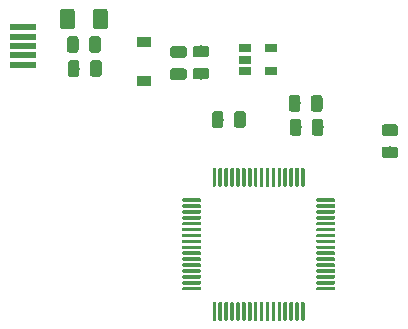
<source format=gtp>
G04 #@! TF.GenerationSoftware,KiCad,Pcbnew,(5.1.4)-1*
G04 #@! TF.CreationDate,2020-10-27T19:19:28+03:00*
G04 #@! TF.ProjectId,100_keyboard,3130305f-6b65-4796-926f-6172642e6b69,rev?*
G04 #@! TF.SameCoordinates,Original*
G04 #@! TF.FileFunction,Paste,Top*
G04 #@! TF.FilePolarity,Positive*
%FSLAX46Y46*%
G04 Gerber Fmt 4.6, Leading zero omitted, Abs format (unit mm)*
G04 Created by KiCad (PCBNEW (5.1.4)-1) date 2020-10-27 19:19:28*
%MOMM*%
%LPD*%
G04 APERTURE LIST*
%ADD10R,2.250000X0.500000*%
%ADD11C,0.100000*%
%ADD12C,0.300000*%
%ADD13R,1.060000X0.650000*%
%ADD14C,0.975000*%
%ADD15C,1.250000*%
%ADD16R,1.200000X0.900000*%
G04 APERTURE END LIST*
D10*
X48315000Y-55423000D03*
X48315000Y-56223000D03*
X48315000Y-57023000D03*
X48315000Y-57823000D03*
X48315000Y-58623000D03*
D11*
G36*
X72094851Y-78719111D02*
G01*
X72102132Y-78720191D01*
X72109271Y-78721979D01*
X72116201Y-78724459D01*
X72122855Y-78727606D01*
X72129168Y-78731390D01*
X72135079Y-78735774D01*
X72140533Y-78740717D01*
X72145476Y-78746171D01*
X72149860Y-78752082D01*
X72153644Y-78758395D01*
X72156791Y-78765049D01*
X72159271Y-78771979D01*
X72161059Y-78779118D01*
X72162139Y-78786399D01*
X72162500Y-78793750D01*
X72162500Y-80193750D01*
X72162139Y-80201101D01*
X72161059Y-80208382D01*
X72159271Y-80215521D01*
X72156791Y-80222451D01*
X72153644Y-80229105D01*
X72149860Y-80235418D01*
X72145476Y-80241329D01*
X72140533Y-80246783D01*
X72135079Y-80251726D01*
X72129168Y-80256110D01*
X72122855Y-80259894D01*
X72116201Y-80263041D01*
X72109271Y-80265521D01*
X72102132Y-80267309D01*
X72094851Y-80268389D01*
X72087500Y-80268750D01*
X71937500Y-80268750D01*
X71930149Y-80268389D01*
X71922868Y-80267309D01*
X71915729Y-80265521D01*
X71908799Y-80263041D01*
X71902145Y-80259894D01*
X71895832Y-80256110D01*
X71889921Y-80251726D01*
X71884467Y-80246783D01*
X71879524Y-80241329D01*
X71875140Y-80235418D01*
X71871356Y-80229105D01*
X71868209Y-80222451D01*
X71865729Y-80215521D01*
X71863941Y-80208382D01*
X71862861Y-80201101D01*
X71862500Y-80193750D01*
X71862500Y-78793750D01*
X71862861Y-78786399D01*
X71863941Y-78779118D01*
X71865729Y-78771979D01*
X71868209Y-78765049D01*
X71871356Y-78758395D01*
X71875140Y-78752082D01*
X71879524Y-78746171D01*
X71884467Y-78740717D01*
X71889921Y-78735774D01*
X71895832Y-78731390D01*
X71902145Y-78727606D01*
X71908799Y-78724459D01*
X71915729Y-78721979D01*
X71922868Y-78720191D01*
X71930149Y-78719111D01*
X71937500Y-78718750D01*
X72087500Y-78718750D01*
X72094851Y-78719111D01*
X72094851Y-78719111D01*
G37*
D12*
X72012500Y-79493750D03*
D11*
G36*
X71594851Y-78719111D02*
G01*
X71602132Y-78720191D01*
X71609271Y-78721979D01*
X71616201Y-78724459D01*
X71622855Y-78727606D01*
X71629168Y-78731390D01*
X71635079Y-78735774D01*
X71640533Y-78740717D01*
X71645476Y-78746171D01*
X71649860Y-78752082D01*
X71653644Y-78758395D01*
X71656791Y-78765049D01*
X71659271Y-78771979D01*
X71661059Y-78779118D01*
X71662139Y-78786399D01*
X71662500Y-78793750D01*
X71662500Y-80193750D01*
X71662139Y-80201101D01*
X71661059Y-80208382D01*
X71659271Y-80215521D01*
X71656791Y-80222451D01*
X71653644Y-80229105D01*
X71649860Y-80235418D01*
X71645476Y-80241329D01*
X71640533Y-80246783D01*
X71635079Y-80251726D01*
X71629168Y-80256110D01*
X71622855Y-80259894D01*
X71616201Y-80263041D01*
X71609271Y-80265521D01*
X71602132Y-80267309D01*
X71594851Y-80268389D01*
X71587500Y-80268750D01*
X71437500Y-80268750D01*
X71430149Y-80268389D01*
X71422868Y-80267309D01*
X71415729Y-80265521D01*
X71408799Y-80263041D01*
X71402145Y-80259894D01*
X71395832Y-80256110D01*
X71389921Y-80251726D01*
X71384467Y-80246783D01*
X71379524Y-80241329D01*
X71375140Y-80235418D01*
X71371356Y-80229105D01*
X71368209Y-80222451D01*
X71365729Y-80215521D01*
X71363941Y-80208382D01*
X71362861Y-80201101D01*
X71362500Y-80193750D01*
X71362500Y-78793750D01*
X71362861Y-78786399D01*
X71363941Y-78779118D01*
X71365729Y-78771979D01*
X71368209Y-78765049D01*
X71371356Y-78758395D01*
X71375140Y-78752082D01*
X71379524Y-78746171D01*
X71384467Y-78740717D01*
X71389921Y-78735774D01*
X71395832Y-78731390D01*
X71402145Y-78727606D01*
X71408799Y-78724459D01*
X71415729Y-78721979D01*
X71422868Y-78720191D01*
X71430149Y-78719111D01*
X71437500Y-78718750D01*
X71587500Y-78718750D01*
X71594851Y-78719111D01*
X71594851Y-78719111D01*
G37*
D12*
X71512500Y-79493750D03*
D11*
G36*
X71094851Y-78719111D02*
G01*
X71102132Y-78720191D01*
X71109271Y-78721979D01*
X71116201Y-78724459D01*
X71122855Y-78727606D01*
X71129168Y-78731390D01*
X71135079Y-78735774D01*
X71140533Y-78740717D01*
X71145476Y-78746171D01*
X71149860Y-78752082D01*
X71153644Y-78758395D01*
X71156791Y-78765049D01*
X71159271Y-78771979D01*
X71161059Y-78779118D01*
X71162139Y-78786399D01*
X71162500Y-78793750D01*
X71162500Y-80193750D01*
X71162139Y-80201101D01*
X71161059Y-80208382D01*
X71159271Y-80215521D01*
X71156791Y-80222451D01*
X71153644Y-80229105D01*
X71149860Y-80235418D01*
X71145476Y-80241329D01*
X71140533Y-80246783D01*
X71135079Y-80251726D01*
X71129168Y-80256110D01*
X71122855Y-80259894D01*
X71116201Y-80263041D01*
X71109271Y-80265521D01*
X71102132Y-80267309D01*
X71094851Y-80268389D01*
X71087500Y-80268750D01*
X70937500Y-80268750D01*
X70930149Y-80268389D01*
X70922868Y-80267309D01*
X70915729Y-80265521D01*
X70908799Y-80263041D01*
X70902145Y-80259894D01*
X70895832Y-80256110D01*
X70889921Y-80251726D01*
X70884467Y-80246783D01*
X70879524Y-80241329D01*
X70875140Y-80235418D01*
X70871356Y-80229105D01*
X70868209Y-80222451D01*
X70865729Y-80215521D01*
X70863941Y-80208382D01*
X70862861Y-80201101D01*
X70862500Y-80193750D01*
X70862500Y-78793750D01*
X70862861Y-78786399D01*
X70863941Y-78779118D01*
X70865729Y-78771979D01*
X70868209Y-78765049D01*
X70871356Y-78758395D01*
X70875140Y-78752082D01*
X70879524Y-78746171D01*
X70884467Y-78740717D01*
X70889921Y-78735774D01*
X70895832Y-78731390D01*
X70902145Y-78727606D01*
X70908799Y-78724459D01*
X70915729Y-78721979D01*
X70922868Y-78720191D01*
X70930149Y-78719111D01*
X70937500Y-78718750D01*
X71087500Y-78718750D01*
X71094851Y-78719111D01*
X71094851Y-78719111D01*
G37*
D12*
X71012500Y-79493750D03*
D11*
G36*
X70594851Y-78719111D02*
G01*
X70602132Y-78720191D01*
X70609271Y-78721979D01*
X70616201Y-78724459D01*
X70622855Y-78727606D01*
X70629168Y-78731390D01*
X70635079Y-78735774D01*
X70640533Y-78740717D01*
X70645476Y-78746171D01*
X70649860Y-78752082D01*
X70653644Y-78758395D01*
X70656791Y-78765049D01*
X70659271Y-78771979D01*
X70661059Y-78779118D01*
X70662139Y-78786399D01*
X70662500Y-78793750D01*
X70662500Y-80193750D01*
X70662139Y-80201101D01*
X70661059Y-80208382D01*
X70659271Y-80215521D01*
X70656791Y-80222451D01*
X70653644Y-80229105D01*
X70649860Y-80235418D01*
X70645476Y-80241329D01*
X70640533Y-80246783D01*
X70635079Y-80251726D01*
X70629168Y-80256110D01*
X70622855Y-80259894D01*
X70616201Y-80263041D01*
X70609271Y-80265521D01*
X70602132Y-80267309D01*
X70594851Y-80268389D01*
X70587500Y-80268750D01*
X70437500Y-80268750D01*
X70430149Y-80268389D01*
X70422868Y-80267309D01*
X70415729Y-80265521D01*
X70408799Y-80263041D01*
X70402145Y-80259894D01*
X70395832Y-80256110D01*
X70389921Y-80251726D01*
X70384467Y-80246783D01*
X70379524Y-80241329D01*
X70375140Y-80235418D01*
X70371356Y-80229105D01*
X70368209Y-80222451D01*
X70365729Y-80215521D01*
X70363941Y-80208382D01*
X70362861Y-80201101D01*
X70362500Y-80193750D01*
X70362500Y-78793750D01*
X70362861Y-78786399D01*
X70363941Y-78779118D01*
X70365729Y-78771979D01*
X70368209Y-78765049D01*
X70371356Y-78758395D01*
X70375140Y-78752082D01*
X70379524Y-78746171D01*
X70384467Y-78740717D01*
X70389921Y-78735774D01*
X70395832Y-78731390D01*
X70402145Y-78727606D01*
X70408799Y-78724459D01*
X70415729Y-78721979D01*
X70422868Y-78720191D01*
X70430149Y-78719111D01*
X70437500Y-78718750D01*
X70587500Y-78718750D01*
X70594851Y-78719111D01*
X70594851Y-78719111D01*
G37*
D12*
X70512500Y-79493750D03*
D11*
G36*
X70094851Y-78719111D02*
G01*
X70102132Y-78720191D01*
X70109271Y-78721979D01*
X70116201Y-78724459D01*
X70122855Y-78727606D01*
X70129168Y-78731390D01*
X70135079Y-78735774D01*
X70140533Y-78740717D01*
X70145476Y-78746171D01*
X70149860Y-78752082D01*
X70153644Y-78758395D01*
X70156791Y-78765049D01*
X70159271Y-78771979D01*
X70161059Y-78779118D01*
X70162139Y-78786399D01*
X70162500Y-78793750D01*
X70162500Y-80193750D01*
X70162139Y-80201101D01*
X70161059Y-80208382D01*
X70159271Y-80215521D01*
X70156791Y-80222451D01*
X70153644Y-80229105D01*
X70149860Y-80235418D01*
X70145476Y-80241329D01*
X70140533Y-80246783D01*
X70135079Y-80251726D01*
X70129168Y-80256110D01*
X70122855Y-80259894D01*
X70116201Y-80263041D01*
X70109271Y-80265521D01*
X70102132Y-80267309D01*
X70094851Y-80268389D01*
X70087500Y-80268750D01*
X69937500Y-80268750D01*
X69930149Y-80268389D01*
X69922868Y-80267309D01*
X69915729Y-80265521D01*
X69908799Y-80263041D01*
X69902145Y-80259894D01*
X69895832Y-80256110D01*
X69889921Y-80251726D01*
X69884467Y-80246783D01*
X69879524Y-80241329D01*
X69875140Y-80235418D01*
X69871356Y-80229105D01*
X69868209Y-80222451D01*
X69865729Y-80215521D01*
X69863941Y-80208382D01*
X69862861Y-80201101D01*
X69862500Y-80193750D01*
X69862500Y-78793750D01*
X69862861Y-78786399D01*
X69863941Y-78779118D01*
X69865729Y-78771979D01*
X69868209Y-78765049D01*
X69871356Y-78758395D01*
X69875140Y-78752082D01*
X69879524Y-78746171D01*
X69884467Y-78740717D01*
X69889921Y-78735774D01*
X69895832Y-78731390D01*
X69902145Y-78727606D01*
X69908799Y-78724459D01*
X69915729Y-78721979D01*
X69922868Y-78720191D01*
X69930149Y-78719111D01*
X69937500Y-78718750D01*
X70087500Y-78718750D01*
X70094851Y-78719111D01*
X70094851Y-78719111D01*
G37*
D12*
X70012500Y-79493750D03*
D11*
G36*
X69594851Y-78719111D02*
G01*
X69602132Y-78720191D01*
X69609271Y-78721979D01*
X69616201Y-78724459D01*
X69622855Y-78727606D01*
X69629168Y-78731390D01*
X69635079Y-78735774D01*
X69640533Y-78740717D01*
X69645476Y-78746171D01*
X69649860Y-78752082D01*
X69653644Y-78758395D01*
X69656791Y-78765049D01*
X69659271Y-78771979D01*
X69661059Y-78779118D01*
X69662139Y-78786399D01*
X69662500Y-78793750D01*
X69662500Y-80193750D01*
X69662139Y-80201101D01*
X69661059Y-80208382D01*
X69659271Y-80215521D01*
X69656791Y-80222451D01*
X69653644Y-80229105D01*
X69649860Y-80235418D01*
X69645476Y-80241329D01*
X69640533Y-80246783D01*
X69635079Y-80251726D01*
X69629168Y-80256110D01*
X69622855Y-80259894D01*
X69616201Y-80263041D01*
X69609271Y-80265521D01*
X69602132Y-80267309D01*
X69594851Y-80268389D01*
X69587500Y-80268750D01*
X69437500Y-80268750D01*
X69430149Y-80268389D01*
X69422868Y-80267309D01*
X69415729Y-80265521D01*
X69408799Y-80263041D01*
X69402145Y-80259894D01*
X69395832Y-80256110D01*
X69389921Y-80251726D01*
X69384467Y-80246783D01*
X69379524Y-80241329D01*
X69375140Y-80235418D01*
X69371356Y-80229105D01*
X69368209Y-80222451D01*
X69365729Y-80215521D01*
X69363941Y-80208382D01*
X69362861Y-80201101D01*
X69362500Y-80193750D01*
X69362500Y-78793750D01*
X69362861Y-78786399D01*
X69363941Y-78779118D01*
X69365729Y-78771979D01*
X69368209Y-78765049D01*
X69371356Y-78758395D01*
X69375140Y-78752082D01*
X69379524Y-78746171D01*
X69384467Y-78740717D01*
X69389921Y-78735774D01*
X69395832Y-78731390D01*
X69402145Y-78727606D01*
X69408799Y-78724459D01*
X69415729Y-78721979D01*
X69422868Y-78720191D01*
X69430149Y-78719111D01*
X69437500Y-78718750D01*
X69587500Y-78718750D01*
X69594851Y-78719111D01*
X69594851Y-78719111D01*
G37*
D12*
X69512500Y-79493750D03*
D11*
G36*
X69094851Y-78719111D02*
G01*
X69102132Y-78720191D01*
X69109271Y-78721979D01*
X69116201Y-78724459D01*
X69122855Y-78727606D01*
X69129168Y-78731390D01*
X69135079Y-78735774D01*
X69140533Y-78740717D01*
X69145476Y-78746171D01*
X69149860Y-78752082D01*
X69153644Y-78758395D01*
X69156791Y-78765049D01*
X69159271Y-78771979D01*
X69161059Y-78779118D01*
X69162139Y-78786399D01*
X69162500Y-78793750D01*
X69162500Y-80193750D01*
X69162139Y-80201101D01*
X69161059Y-80208382D01*
X69159271Y-80215521D01*
X69156791Y-80222451D01*
X69153644Y-80229105D01*
X69149860Y-80235418D01*
X69145476Y-80241329D01*
X69140533Y-80246783D01*
X69135079Y-80251726D01*
X69129168Y-80256110D01*
X69122855Y-80259894D01*
X69116201Y-80263041D01*
X69109271Y-80265521D01*
X69102132Y-80267309D01*
X69094851Y-80268389D01*
X69087500Y-80268750D01*
X68937500Y-80268750D01*
X68930149Y-80268389D01*
X68922868Y-80267309D01*
X68915729Y-80265521D01*
X68908799Y-80263041D01*
X68902145Y-80259894D01*
X68895832Y-80256110D01*
X68889921Y-80251726D01*
X68884467Y-80246783D01*
X68879524Y-80241329D01*
X68875140Y-80235418D01*
X68871356Y-80229105D01*
X68868209Y-80222451D01*
X68865729Y-80215521D01*
X68863941Y-80208382D01*
X68862861Y-80201101D01*
X68862500Y-80193750D01*
X68862500Y-78793750D01*
X68862861Y-78786399D01*
X68863941Y-78779118D01*
X68865729Y-78771979D01*
X68868209Y-78765049D01*
X68871356Y-78758395D01*
X68875140Y-78752082D01*
X68879524Y-78746171D01*
X68884467Y-78740717D01*
X68889921Y-78735774D01*
X68895832Y-78731390D01*
X68902145Y-78727606D01*
X68908799Y-78724459D01*
X68915729Y-78721979D01*
X68922868Y-78720191D01*
X68930149Y-78719111D01*
X68937500Y-78718750D01*
X69087500Y-78718750D01*
X69094851Y-78719111D01*
X69094851Y-78719111D01*
G37*
D12*
X69012500Y-79493750D03*
D11*
G36*
X68594851Y-78719111D02*
G01*
X68602132Y-78720191D01*
X68609271Y-78721979D01*
X68616201Y-78724459D01*
X68622855Y-78727606D01*
X68629168Y-78731390D01*
X68635079Y-78735774D01*
X68640533Y-78740717D01*
X68645476Y-78746171D01*
X68649860Y-78752082D01*
X68653644Y-78758395D01*
X68656791Y-78765049D01*
X68659271Y-78771979D01*
X68661059Y-78779118D01*
X68662139Y-78786399D01*
X68662500Y-78793750D01*
X68662500Y-80193750D01*
X68662139Y-80201101D01*
X68661059Y-80208382D01*
X68659271Y-80215521D01*
X68656791Y-80222451D01*
X68653644Y-80229105D01*
X68649860Y-80235418D01*
X68645476Y-80241329D01*
X68640533Y-80246783D01*
X68635079Y-80251726D01*
X68629168Y-80256110D01*
X68622855Y-80259894D01*
X68616201Y-80263041D01*
X68609271Y-80265521D01*
X68602132Y-80267309D01*
X68594851Y-80268389D01*
X68587500Y-80268750D01*
X68437500Y-80268750D01*
X68430149Y-80268389D01*
X68422868Y-80267309D01*
X68415729Y-80265521D01*
X68408799Y-80263041D01*
X68402145Y-80259894D01*
X68395832Y-80256110D01*
X68389921Y-80251726D01*
X68384467Y-80246783D01*
X68379524Y-80241329D01*
X68375140Y-80235418D01*
X68371356Y-80229105D01*
X68368209Y-80222451D01*
X68365729Y-80215521D01*
X68363941Y-80208382D01*
X68362861Y-80201101D01*
X68362500Y-80193750D01*
X68362500Y-78793750D01*
X68362861Y-78786399D01*
X68363941Y-78779118D01*
X68365729Y-78771979D01*
X68368209Y-78765049D01*
X68371356Y-78758395D01*
X68375140Y-78752082D01*
X68379524Y-78746171D01*
X68384467Y-78740717D01*
X68389921Y-78735774D01*
X68395832Y-78731390D01*
X68402145Y-78727606D01*
X68408799Y-78724459D01*
X68415729Y-78721979D01*
X68422868Y-78720191D01*
X68430149Y-78719111D01*
X68437500Y-78718750D01*
X68587500Y-78718750D01*
X68594851Y-78719111D01*
X68594851Y-78719111D01*
G37*
D12*
X68512500Y-79493750D03*
D11*
G36*
X68094851Y-78719111D02*
G01*
X68102132Y-78720191D01*
X68109271Y-78721979D01*
X68116201Y-78724459D01*
X68122855Y-78727606D01*
X68129168Y-78731390D01*
X68135079Y-78735774D01*
X68140533Y-78740717D01*
X68145476Y-78746171D01*
X68149860Y-78752082D01*
X68153644Y-78758395D01*
X68156791Y-78765049D01*
X68159271Y-78771979D01*
X68161059Y-78779118D01*
X68162139Y-78786399D01*
X68162500Y-78793750D01*
X68162500Y-80193750D01*
X68162139Y-80201101D01*
X68161059Y-80208382D01*
X68159271Y-80215521D01*
X68156791Y-80222451D01*
X68153644Y-80229105D01*
X68149860Y-80235418D01*
X68145476Y-80241329D01*
X68140533Y-80246783D01*
X68135079Y-80251726D01*
X68129168Y-80256110D01*
X68122855Y-80259894D01*
X68116201Y-80263041D01*
X68109271Y-80265521D01*
X68102132Y-80267309D01*
X68094851Y-80268389D01*
X68087500Y-80268750D01*
X67937500Y-80268750D01*
X67930149Y-80268389D01*
X67922868Y-80267309D01*
X67915729Y-80265521D01*
X67908799Y-80263041D01*
X67902145Y-80259894D01*
X67895832Y-80256110D01*
X67889921Y-80251726D01*
X67884467Y-80246783D01*
X67879524Y-80241329D01*
X67875140Y-80235418D01*
X67871356Y-80229105D01*
X67868209Y-80222451D01*
X67865729Y-80215521D01*
X67863941Y-80208382D01*
X67862861Y-80201101D01*
X67862500Y-80193750D01*
X67862500Y-78793750D01*
X67862861Y-78786399D01*
X67863941Y-78779118D01*
X67865729Y-78771979D01*
X67868209Y-78765049D01*
X67871356Y-78758395D01*
X67875140Y-78752082D01*
X67879524Y-78746171D01*
X67884467Y-78740717D01*
X67889921Y-78735774D01*
X67895832Y-78731390D01*
X67902145Y-78727606D01*
X67908799Y-78724459D01*
X67915729Y-78721979D01*
X67922868Y-78720191D01*
X67930149Y-78719111D01*
X67937500Y-78718750D01*
X68087500Y-78718750D01*
X68094851Y-78719111D01*
X68094851Y-78719111D01*
G37*
D12*
X68012500Y-79493750D03*
D11*
G36*
X67594851Y-78719111D02*
G01*
X67602132Y-78720191D01*
X67609271Y-78721979D01*
X67616201Y-78724459D01*
X67622855Y-78727606D01*
X67629168Y-78731390D01*
X67635079Y-78735774D01*
X67640533Y-78740717D01*
X67645476Y-78746171D01*
X67649860Y-78752082D01*
X67653644Y-78758395D01*
X67656791Y-78765049D01*
X67659271Y-78771979D01*
X67661059Y-78779118D01*
X67662139Y-78786399D01*
X67662500Y-78793750D01*
X67662500Y-80193750D01*
X67662139Y-80201101D01*
X67661059Y-80208382D01*
X67659271Y-80215521D01*
X67656791Y-80222451D01*
X67653644Y-80229105D01*
X67649860Y-80235418D01*
X67645476Y-80241329D01*
X67640533Y-80246783D01*
X67635079Y-80251726D01*
X67629168Y-80256110D01*
X67622855Y-80259894D01*
X67616201Y-80263041D01*
X67609271Y-80265521D01*
X67602132Y-80267309D01*
X67594851Y-80268389D01*
X67587500Y-80268750D01*
X67437500Y-80268750D01*
X67430149Y-80268389D01*
X67422868Y-80267309D01*
X67415729Y-80265521D01*
X67408799Y-80263041D01*
X67402145Y-80259894D01*
X67395832Y-80256110D01*
X67389921Y-80251726D01*
X67384467Y-80246783D01*
X67379524Y-80241329D01*
X67375140Y-80235418D01*
X67371356Y-80229105D01*
X67368209Y-80222451D01*
X67365729Y-80215521D01*
X67363941Y-80208382D01*
X67362861Y-80201101D01*
X67362500Y-80193750D01*
X67362500Y-78793750D01*
X67362861Y-78786399D01*
X67363941Y-78779118D01*
X67365729Y-78771979D01*
X67368209Y-78765049D01*
X67371356Y-78758395D01*
X67375140Y-78752082D01*
X67379524Y-78746171D01*
X67384467Y-78740717D01*
X67389921Y-78735774D01*
X67395832Y-78731390D01*
X67402145Y-78727606D01*
X67408799Y-78724459D01*
X67415729Y-78721979D01*
X67422868Y-78720191D01*
X67430149Y-78719111D01*
X67437500Y-78718750D01*
X67587500Y-78718750D01*
X67594851Y-78719111D01*
X67594851Y-78719111D01*
G37*
D12*
X67512500Y-79493750D03*
D11*
G36*
X67094851Y-78719111D02*
G01*
X67102132Y-78720191D01*
X67109271Y-78721979D01*
X67116201Y-78724459D01*
X67122855Y-78727606D01*
X67129168Y-78731390D01*
X67135079Y-78735774D01*
X67140533Y-78740717D01*
X67145476Y-78746171D01*
X67149860Y-78752082D01*
X67153644Y-78758395D01*
X67156791Y-78765049D01*
X67159271Y-78771979D01*
X67161059Y-78779118D01*
X67162139Y-78786399D01*
X67162500Y-78793750D01*
X67162500Y-80193750D01*
X67162139Y-80201101D01*
X67161059Y-80208382D01*
X67159271Y-80215521D01*
X67156791Y-80222451D01*
X67153644Y-80229105D01*
X67149860Y-80235418D01*
X67145476Y-80241329D01*
X67140533Y-80246783D01*
X67135079Y-80251726D01*
X67129168Y-80256110D01*
X67122855Y-80259894D01*
X67116201Y-80263041D01*
X67109271Y-80265521D01*
X67102132Y-80267309D01*
X67094851Y-80268389D01*
X67087500Y-80268750D01*
X66937500Y-80268750D01*
X66930149Y-80268389D01*
X66922868Y-80267309D01*
X66915729Y-80265521D01*
X66908799Y-80263041D01*
X66902145Y-80259894D01*
X66895832Y-80256110D01*
X66889921Y-80251726D01*
X66884467Y-80246783D01*
X66879524Y-80241329D01*
X66875140Y-80235418D01*
X66871356Y-80229105D01*
X66868209Y-80222451D01*
X66865729Y-80215521D01*
X66863941Y-80208382D01*
X66862861Y-80201101D01*
X66862500Y-80193750D01*
X66862500Y-78793750D01*
X66862861Y-78786399D01*
X66863941Y-78779118D01*
X66865729Y-78771979D01*
X66868209Y-78765049D01*
X66871356Y-78758395D01*
X66875140Y-78752082D01*
X66879524Y-78746171D01*
X66884467Y-78740717D01*
X66889921Y-78735774D01*
X66895832Y-78731390D01*
X66902145Y-78727606D01*
X66908799Y-78724459D01*
X66915729Y-78721979D01*
X66922868Y-78720191D01*
X66930149Y-78719111D01*
X66937500Y-78718750D01*
X67087500Y-78718750D01*
X67094851Y-78719111D01*
X67094851Y-78719111D01*
G37*
D12*
X67012500Y-79493750D03*
D11*
G36*
X66594851Y-78719111D02*
G01*
X66602132Y-78720191D01*
X66609271Y-78721979D01*
X66616201Y-78724459D01*
X66622855Y-78727606D01*
X66629168Y-78731390D01*
X66635079Y-78735774D01*
X66640533Y-78740717D01*
X66645476Y-78746171D01*
X66649860Y-78752082D01*
X66653644Y-78758395D01*
X66656791Y-78765049D01*
X66659271Y-78771979D01*
X66661059Y-78779118D01*
X66662139Y-78786399D01*
X66662500Y-78793750D01*
X66662500Y-80193750D01*
X66662139Y-80201101D01*
X66661059Y-80208382D01*
X66659271Y-80215521D01*
X66656791Y-80222451D01*
X66653644Y-80229105D01*
X66649860Y-80235418D01*
X66645476Y-80241329D01*
X66640533Y-80246783D01*
X66635079Y-80251726D01*
X66629168Y-80256110D01*
X66622855Y-80259894D01*
X66616201Y-80263041D01*
X66609271Y-80265521D01*
X66602132Y-80267309D01*
X66594851Y-80268389D01*
X66587500Y-80268750D01*
X66437500Y-80268750D01*
X66430149Y-80268389D01*
X66422868Y-80267309D01*
X66415729Y-80265521D01*
X66408799Y-80263041D01*
X66402145Y-80259894D01*
X66395832Y-80256110D01*
X66389921Y-80251726D01*
X66384467Y-80246783D01*
X66379524Y-80241329D01*
X66375140Y-80235418D01*
X66371356Y-80229105D01*
X66368209Y-80222451D01*
X66365729Y-80215521D01*
X66363941Y-80208382D01*
X66362861Y-80201101D01*
X66362500Y-80193750D01*
X66362500Y-78793750D01*
X66362861Y-78786399D01*
X66363941Y-78779118D01*
X66365729Y-78771979D01*
X66368209Y-78765049D01*
X66371356Y-78758395D01*
X66375140Y-78752082D01*
X66379524Y-78746171D01*
X66384467Y-78740717D01*
X66389921Y-78735774D01*
X66395832Y-78731390D01*
X66402145Y-78727606D01*
X66408799Y-78724459D01*
X66415729Y-78721979D01*
X66422868Y-78720191D01*
X66430149Y-78719111D01*
X66437500Y-78718750D01*
X66587500Y-78718750D01*
X66594851Y-78719111D01*
X66594851Y-78719111D01*
G37*
D12*
X66512500Y-79493750D03*
D11*
G36*
X66094851Y-78719111D02*
G01*
X66102132Y-78720191D01*
X66109271Y-78721979D01*
X66116201Y-78724459D01*
X66122855Y-78727606D01*
X66129168Y-78731390D01*
X66135079Y-78735774D01*
X66140533Y-78740717D01*
X66145476Y-78746171D01*
X66149860Y-78752082D01*
X66153644Y-78758395D01*
X66156791Y-78765049D01*
X66159271Y-78771979D01*
X66161059Y-78779118D01*
X66162139Y-78786399D01*
X66162500Y-78793750D01*
X66162500Y-80193750D01*
X66162139Y-80201101D01*
X66161059Y-80208382D01*
X66159271Y-80215521D01*
X66156791Y-80222451D01*
X66153644Y-80229105D01*
X66149860Y-80235418D01*
X66145476Y-80241329D01*
X66140533Y-80246783D01*
X66135079Y-80251726D01*
X66129168Y-80256110D01*
X66122855Y-80259894D01*
X66116201Y-80263041D01*
X66109271Y-80265521D01*
X66102132Y-80267309D01*
X66094851Y-80268389D01*
X66087500Y-80268750D01*
X65937500Y-80268750D01*
X65930149Y-80268389D01*
X65922868Y-80267309D01*
X65915729Y-80265521D01*
X65908799Y-80263041D01*
X65902145Y-80259894D01*
X65895832Y-80256110D01*
X65889921Y-80251726D01*
X65884467Y-80246783D01*
X65879524Y-80241329D01*
X65875140Y-80235418D01*
X65871356Y-80229105D01*
X65868209Y-80222451D01*
X65865729Y-80215521D01*
X65863941Y-80208382D01*
X65862861Y-80201101D01*
X65862500Y-80193750D01*
X65862500Y-78793750D01*
X65862861Y-78786399D01*
X65863941Y-78779118D01*
X65865729Y-78771979D01*
X65868209Y-78765049D01*
X65871356Y-78758395D01*
X65875140Y-78752082D01*
X65879524Y-78746171D01*
X65884467Y-78740717D01*
X65889921Y-78735774D01*
X65895832Y-78731390D01*
X65902145Y-78727606D01*
X65908799Y-78724459D01*
X65915729Y-78721979D01*
X65922868Y-78720191D01*
X65930149Y-78719111D01*
X65937500Y-78718750D01*
X66087500Y-78718750D01*
X66094851Y-78719111D01*
X66094851Y-78719111D01*
G37*
D12*
X66012500Y-79493750D03*
D11*
G36*
X65594851Y-78719111D02*
G01*
X65602132Y-78720191D01*
X65609271Y-78721979D01*
X65616201Y-78724459D01*
X65622855Y-78727606D01*
X65629168Y-78731390D01*
X65635079Y-78735774D01*
X65640533Y-78740717D01*
X65645476Y-78746171D01*
X65649860Y-78752082D01*
X65653644Y-78758395D01*
X65656791Y-78765049D01*
X65659271Y-78771979D01*
X65661059Y-78779118D01*
X65662139Y-78786399D01*
X65662500Y-78793750D01*
X65662500Y-80193750D01*
X65662139Y-80201101D01*
X65661059Y-80208382D01*
X65659271Y-80215521D01*
X65656791Y-80222451D01*
X65653644Y-80229105D01*
X65649860Y-80235418D01*
X65645476Y-80241329D01*
X65640533Y-80246783D01*
X65635079Y-80251726D01*
X65629168Y-80256110D01*
X65622855Y-80259894D01*
X65616201Y-80263041D01*
X65609271Y-80265521D01*
X65602132Y-80267309D01*
X65594851Y-80268389D01*
X65587500Y-80268750D01*
X65437500Y-80268750D01*
X65430149Y-80268389D01*
X65422868Y-80267309D01*
X65415729Y-80265521D01*
X65408799Y-80263041D01*
X65402145Y-80259894D01*
X65395832Y-80256110D01*
X65389921Y-80251726D01*
X65384467Y-80246783D01*
X65379524Y-80241329D01*
X65375140Y-80235418D01*
X65371356Y-80229105D01*
X65368209Y-80222451D01*
X65365729Y-80215521D01*
X65363941Y-80208382D01*
X65362861Y-80201101D01*
X65362500Y-80193750D01*
X65362500Y-78793750D01*
X65362861Y-78786399D01*
X65363941Y-78779118D01*
X65365729Y-78771979D01*
X65368209Y-78765049D01*
X65371356Y-78758395D01*
X65375140Y-78752082D01*
X65379524Y-78746171D01*
X65384467Y-78740717D01*
X65389921Y-78735774D01*
X65395832Y-78731390D01*
X65402145Y-78727606D01*
X65408799Y-78724459D01*
X65415729Y-78721979D01*
X65422868Y-78720191D01*
X65430149Y-78719111D01*
X65437500Y-78718750D01*
X65587500Y-78718750D01*
X65594851Y-78719111D01*
X65594851Y-78719111D01*
G37*
D12*
X65512500Y-79493750D03*
D11*
G36*
X65094851Y-78719111D02*
G01*
X65102132Y-78720191D01*
X65109271Y-78721979D01*
X65116201Y-78724459D01*
X65122855Y-78727606D01*
X65129168Y-78731390D01*
X65135079Y-78735774D01*
X65140533Y-78740717D01*
X65145476Y-78746171D01*
X65149860Y-78752082D01*
X65153644Y-78758395D01*
X65156791Y-78765049D01*
X65159271Y-78771979D01*
X65161059Y-78779118D01*
X65162139Y-78786399D01*
X65162500Y-78793750D01*
X65162500Y-80193750D01*
X65162139Y-80201101D01*
X65161059Y-80208382D01*
X65159271Y-80215521D01*
X65156791Y-80222451D01*
X65153644Y-80229105D01*
X65149860Y-80235418D01*
X65145476Y-80241329D01*
X65140533Y-80246783D01*
X65135079Y-80251726D01*
X65129168Y-80256110D01*
X65122855Y-80259894D01*
X65116201Y-80263041D01*
X65109271Y-80265521D01*
X65102132Y-80267309D01*
X65094851Y-80268389D01*
X65087500Y-80268750D01*
X64937500Y-80268750D01*
X64930149Y-80268389D01*
X64922868Y-80267309D01*
X64915729Y-80265521D01*
X64908799Y-80263041D01*
X64902145Y-80259894D01*
X64895832Y-80256110D01*
X64889921Y-80251726D01*
X64884467Y-80246783D01*
X64879524Y-80241329D01*
X64875140Y-80235418D01*
X64871356Y-80229105D01*
X64868209Y-80222451D01*
X64865729Y-80215521D01*
X64863941Y-80208382D01*
X64862861Y-80201101D01*
X64862500Y-80193750D01*
X64862500Y-78793750D01*
X64862861Y-78786399D01*
X64863941Y-78779118D01*
X64865729Y-78771979D01*
X64868209Y-78765049D01*
X64871356Y-78758395D01*
X64875140Y-78752082D01*
X64879524Y-78746171D01*
X64884467Y-78740717D01*
X64889921Y-78735774D01*
X64895832Y-78731390D01*
X64902145Y-78727606D01*
X64908799Y-78724459D01*
X64915729Y-78721979D01*
X64922868Y-78720191D01*
X64930149Y-78719111D01*
X64937500Y-78718750D01*
X65087500Y-78718750D01*
X65094851Y-78719111D01*
X65094851Y-78719111D01*
G37*
D12*
X65012500Y-79493750D03*
D11*
G36*
X64594851Y-78719111D02*
G01*
X64602132Y-78720191D01*
X64609271Y-78721979D01*
X64616201Y-78724459D01*
X64622855Y-78727606D01*
X64629168Y-78731390D01*
X64635079Y-78735774D01*
X64640533Y-78740717D01*
X64645476Y-78746171D01*
X64649860Y-78752082D01*
X64653644Y-78758395D01*
X64656791Y-78765049D01*
X64659271Y-78771979D01*
X64661059Y-78779118D01*
X64662139Y-78786399D01*
X64662500Y-78793750D01*
X64662500Y-80193750D01*
X64662139Y-80201101D01*
X64661059Y-80208382D01*
X64659271Y-80215521D01*
X64656791Y-80222451D01*
X64653644Y-80229105D01*
X64649860Y-80235418D01*
X64645476Y-80241329D01*
X64640533Y-80246783D01*
X64635079Y-80251726D01*
X64629168Y-80256110D01*
X64622855Y-80259894D01*
X64616201Y-80263041D01*
X64609271Y-80265521D01*
X64602132Y-80267309D01*
X64594851Y-80268389D01*
X64587500Y-80268750D01*
X64437500Y-80268750D01*
X64430149Y-80268389D01*
X64422868Y-80267309D01*
X64415729Y-80265521D01*
X64408799Y-80263041D01*
X64402145Y-80259894D01*
X64395832Y-80256110D01*
X64389921Y-80251726D01*
X64384467Y-80246783D01*
X64379524Y-80241329D01*
X64375140Y-80235418D01*
X64371356Y-80229105D01*
X64368209Y-80222451D01*
X64365729Y-80215521D01*
X64363941Y-80208382D01*
X64362861Y-80201101D01*
X64362500Y-80193750D01*
X64362500Y-78793750D01*
X64362861Y-78786399D01*
X64363941Y-78779118D01*
X64365729Y-78771979D01*
X64368209Y-78765049D01*
X64371356Y-78758395D01*
X64375140Y-78752082D01*
X64379524Y-78746171D01*
X64384467Y-78740717D01*
X64389921Y-78735774D01*
X64395832Y-78731390D01*
X64402145Y-78727606D01*
X64408799Y-78724459D01*
X64415729Y-78721979D01*
X64422868Y-78720191D01*
X64430149Y-78719111D01*
X64437500Y-78718750D01*
X64587500Y-78718750D01*
X64594851Y-78719111D01*
X64594851Y-78719111D01*
G37*
D12*
X64512500Y-79493750D03*
D11*
G36*
X63294851Y-77419111D02*
G01*
X63302132Y-77420191D01*
X63309271Y-77421979D01*
X63316201Y-77424459D01*
X63322855Y-77427606D01*
X63329168Y-77431390D01*
X63335079Y-77435774D01*
X63340533Y-77440717D01*
X63345476Y-77446171D01*
X63349860Y-77452082D01*
X63353644Y-77458395D01*
X63356791Y-77465049D01*
X63359271Y-77471979D01*
X63361059Y-77479118D01*
X63362139Y-77486399D01*
X63362500Y-77493750D01*
X63362500Y-77643750D01*
X63362139Y-77651101D01*
X63361059Y-77658382D01*
X63359271Y-77665521D01*
X63356791Y-77672451D01*
X63353644Y-77679105D01*
X63349860Y-77685418D01*
X63345476Y-77691329D01*
X63340533Y-77696783D01*
X63335079Y-77701726D01*
X63329168Y-77706110D01*
X63322855Y-77709894D01*
X63316201Y-77713041D01*
X63309271Y-77715521D01*
X63302132Y-77717309D01*
X63294851Y-77718389D01*
X63287500Y-77718750D01*
X61887500Y-77718750D01*
X61880149Y-77718389D01*
X61872868Y-77717309D01*
X61865729Y-77715521D01*
X61858799Y-77713041D01*
X61852145Y-77709894D01*
X61845832Y-77706110D01*
X61839921Y-77701726D01*
X61834467Y-77696783D01*
X61829524Y-77691329D01*
X61825140Y-77685418D01*
X61821356Y-77679105D01*
X61818209Y-77672451D01*
X61815729Y-77665521D01*
X61813941Y-77658382D01*
X61812861Y-77651101D01*
X61812500Y-77643750D01*
X61812500Y-77493750D01*
X61812861Y-77486399D01*
X61813941Y-77479118D01*
X61815729Y-77471979D01*
X61818209Y-77465049D01*
X61821356Y-77458395D01*
X61825140Y-77452082D01*
X61829524Y-77446171D01*
X61834467Y-77440717D01*
X61839921Y-77435774D01*
X61845832Y-77431390D01*
X61852145Y-77427606D01*
X61858799Y-77424459D01*
X61865729Y-77421979D01*
X61872868Y-77420191D01*
X61880149Y-77419111D01*
X61887500Y-77418750D01*
X63287500Y-77418750D01*
X63294851Y-77419111D01*
X63294851Y-77419111D01*
G37*
D12*
X62587500Y-77568750D03*
D11*
G36*
X63294851Y-76919111D02*
G01*
X63302132Y-76920191D01*
X63309271Y-76921979D01*
X63316201Y-76924459D01*
X63322855Y-76927606D01*
X63329168Y-76931390D01*
X63335079Y-76935774D01*
X63340533Y-76940717D01*
X63345476Y-76946171D01*
X63349860Y-76952082D01*
X63353644Y-76958395D01*
X63356791Y-76965049D01*
X63359271Y-76971979D01*
X63361059Y-76979118D01*
X63362139Y-76986399D01*
X63362500Y-76993750D01*
X63362500Y-77143750D01*
X63362139Y-77151101D01*
X63361059Y-77158382D01*
X63359271Y-77165521D01*
X63356791Y-77172451D01*
X63353644Y-77179105D01*
X63349860Y-77185418D01*
X63345476Y-77191329D01*
X63340533Y-77196783D01*
X63335079Y-77201726D01*
X63329168Y-77206110D01*
X63322855Y-77209894D01*
X63316201Y-77213041D01*
X63309271Y-77215521D01*
X63302132Y-77217309D01*
X63294851Y-77218389D01*
X63287500Y-77218750D01*
X61887500Y-77218750D01*
X61880149Y-77218389D01*
X61872868Y-77217309D01*
X61865729Y-77215521D01*
X61858799Y-77213041D01*
X61852145Y-77209894D01*
X61845832Y-77206110D01*
X61839921Y-77201726D01*
X61834467Y-77196783D01*
X61829524Y-77191329D01*
X61825140Y-77185418D01*
X61821356Y-77179105D01*
X61818209Y-77172451D01*
X61815729Y-77165521D01*
X61813941Y-77158382D01*
X61812861Y-77151101D01*
X61812500Y-77143750D01*
X61812500Y-76993750D01*
X61812861Y-76986399D01*
X61813941Y-76979118D01*
X61815729Y-76971979D01*
X61818209Y-76965049D01*
X61821356Y-76958395D01*
X61825140Y-76952082D01*
X61829524Y-76946171D01*
X61834467Y-76940717D01*
X61839921Y-76935774D01*
X61845832Y-76931390D01*
X61852145Y-76927606D01*
X61858799Y-76924459D01*
X61865729Y-76921979D01*
X61872868Y-76920191D01*
X61880149Y-76919111D01*
X61887500Y-76918750D01*
X63287500Y-76918750D01*
X63294851Y-76919111D01*
X63294851Y-76919111D01*
G37*
D12*
X62587500Y-77068750D03*
D11*
G36*
X63294851Y-76419111D02*
G01*
X63302132Y-76420191D01*
X63309271Y-76421979D01*
X63316201Y-76424459D01*
X63322855Y-76427606D01*
X63329168Y-76431390D01*
X63335079Y-76435774D01*
X63340533Y-76440717D01*
X63345476Y-76446171D01*
X63349860Y-76452082D01*
X63353644Y-76458395D01*
X63356791Y-76465049D01*
X63359271Y-76471979D01*
X63361059Y-76479118D01*
X63362139Y-76486399D01*
X63362500Y-76493750D01*
X63362500Y-76643750D01*
X63362139Y-76651101D01*
X63361059Y-76658382D01*
X63359271Y-76665521D01*
X63356791Y-76672451D01*
X63353644Y-76679105D01*
X63349860Y-76685418D01*
X63345476Y-76691329D01*
X63340533Y-76696783D01*
X63335079Y-76701726D01*
X63329168Y-76706110D01*
X63322855Y-76709894D01*
X63316201Y-76713041D01*
X63309271Y-76715521D01*
X63302132Y-76717309D01*
X63294851Y-76718389D01*
X63287500Y-76718750D01*
X61887500Y-76718750D01*
X61880149Y-76718389D01*
X61872868Y-76717309D01*
X61865729Y-76715521D01*
X61858799Y-76713041D01*
X61852145Y-76709894D01*
X61845832Y-76706110D01*
X61839921Y-76701726D01*
X61834467Y-76696783D01*
X61829524Y-76691329D01*
X61825140Y-76685418D01*
X61821356Y-76679105D01*
X61818209Y-76672451D01*
X61815729Y-76665521D01*
X61813941Y-76658382D01*
X61812861Y-76651101D01*
X61812500Y-76643750D01*
X61812500Y-76493750D01*
X61812861Y-76486399D01*
X61813941Y-76479118D01*
X61815729Y-76471979D01*
X61818209Y-76465049D01*
X61821356Y-76458395D01*
X61825140Y-76452082D01*
X61829524Y-76446171D01*
X61834467Y-76440717D01*
X61839921Y-76435774D01*
X61845832Y-76431390D01*
X61852145Y-76427606D01*
X61858799Y-76424459D01*
X61865729Y-76421979D01*
X61872868Y-76420191D01*
X61880149Y-76419111D01*
X61887500Y-76418750D01*
X63287500Y-76418750D01*
X63294851Y-76419111D01*
X63294851Y-76419111D01*
G37*
D12*
X62587500Y-76568750D03*
D11*
G36*
X63294851Y-75919111D02*
G01*
X63302132Y-75920191D01*
X63309271Y-75921979D01*
X63316201Y-75924459D01*
X63322855Y-75927606D01*
X63329168Y-75931390D01*
X63335079Y-75935774D01*
X63340533Y-75940717D01*
X63345476Y-75946171D01*
X63349860Y-75952082D01*
X63353644Y-75958395D01*
X63356791Y-75965049D01*
X63359271Y-75971979D01*
X63361059Y-75979118D01*
X63362139Y-75986399D01*
X63362500Y-75993750D01*
X63362500Y-76143750D01*
X63362139Y-76151101D01*
X63361059Y-76158382D01*
X63359271Y-76165521D01*
X63356791Y-76172451D01*
X63353644Y-76179105D01*
X63349860Y-76185418D01*
X63345476Y-76191329D01*
X63340533Y-76196783D01*
X63335079Y-76201726D01*
X63329168Y-76206110D01*
X63322855Y-76209894D01*
X63316201Y-76213041D01*
X63309271Y-76215521D01*
X63302132Y-76217309D01*
X63294851Y-76218389D01*
X63287500Y-76218750D01*
X61887500Y-76218750D01*
X61880149Y-76218389D01*
X61872868Y-76217309D01*
X61865729Y-76215521D01*
X61858799Y-76213041D01*
X61852145Y-76209894D01*
X61845832Y-76206110D01*
X61839921Y-76201726D01*
X61834467Y-76196783D01*
X61829524Y-76191329D01*
X61825140Y-76185418D01*
X61821356Y-76179105D01*
X61818209Y-76172451D01*
X61815729Y-76165521D01*
X61813941Y-76158382D01*
X61812861Y-76151101D01*
X61812500Y-76143750D01*
X61812500Y-75993750D01*
X61812861Y-75986399D01*
X61813941Y-75979118D01*
X61815729Y-75971979D01*
X61818209Y-75965049D01*
X61821356Y-75958395D01*
X61825140Y-75952082D01*
X61829524Y-75946171D01*
X61834467Y-75940717D01*
X61839921Y-75935774D01*
X61845832Y-75931390D01*
X61852145Y-75927606D01*
X61858799Y-75924459D01*
X61865729Y-75921979D01*
X61872868Y-75920191D01*
X61880149Y-75919111D01*
X61887500Y-75918750D01*
X63287500Y-75918750D01*
X63294851Y-75919111D01*
X63294851Y-75919111D01*
G37*
D12*
X62587500Y-76068750D03*
D11*
G36*
X63294851Y-75419111D02*
G01*
X63302132Y-75420191D01*
X63309271Y-75421979D01*
X63316201Y-75424459D01*
X63322855Y-75427606D01*
X63329168Y-75431390D01*
X63335079Y-75435774D01*
X63340533Y-75440717D01*
X63345476Y-75446171D01*
X63349860Y-75452082D01*
X63353644Y-75458395D01*
X63356791Y-75465049D01*
X63359271Y-75471979D01*
X63361059Y-75479118D01*
X63362139Y-75486399D01*
X63362500Y-75493750D01*
X63362500Y-75643750D01*
X63362139Y-75651101D01*
X63361059Y-75658382D01*
X63359271Y-75665521D01*
X63356791Y-75672451D01*
X63353644Y-75679105D01*
X63349860Y-75685418D01*
X63345476Y-75691329D01*
X63340533Y-75696783D01*
X63335079Y-75701726D01*
X63329168Y-75706110D01*
X63322855Y-75709894D01*
X63316201Y-75713041D01*
X63309271Y-75715521D01*
X63302132Y-75717309D01*
X63294851Y-75718389D01*
X63287500Y-75718750D01*
X61887500Y-75718750D01*
X61880149Y-75718389D01*
X61872868Y-75717309D01*
X61865729Y-75715521D01*
X61858799Y-75713041D01*
X61852145Y-75709894D01*
X61845832Y-75706110D01*
X61839921Y-75701726D01*
X61834467Y-75696783D01*
X61829524Y-75691329D01*
X61825140Y-75685418D01*
X61821356Y-75679105D01*
X61818209Y-75672451D01*
X61815729Y-75665521D01*
X61813941Y-75658382D01*
X61812861Y-75651101D01*
X61812500Y-75643750D01*
X61812500Y-75493750D01*
X61812861Y-75486399D01*
X61813941Y-75479118D01*
X61815729Y-75471979D01*
X61818209Y-75465049D01*
X61821356Y-75458395D01*
X61825140Y-75452082D01*
X61829524Y-75446171D01*
X61834467Y-75440717D01*
X61839921Y-75435774D01*
X61845832Y-75431390D01*
X61852145Y-75427606D01*
X61858799Y-75424459D01*
X61865729Y-75421979D01*
X61872868Y-75420191D01*
X61880149Y-75419111D01*
X61887500Y-75418750D01*
X63287500Y-75418750D01*
X63294851Y-75419111D01*
X63294851Y-75419111D01*
G37*
D12*
X62587500Y-75568750D03*
D11*
G36*
X63294851Y-74919111D02*
G01*
X63302132Y-74920191D01*
X63309271Y-74921979D01*
X63316201Y-74924459D01*
X63322855Y-74927606D01*
X63329168Y-74931390D01*
X63335079Y-74935774D01*
X63340533Y-74940717D01*
X63345476Y-74946171D01*
X63349860Y-74952082D01*
X63353644Y-74958395D01*
X63356791Y-74965049D01*
X63359271Y-74971979D01*
X63361059Y-74979118D01*
X63362139Y-74986399D01*
X63362500Y-74993750D01*
X63362500Y-75143750D01*
X63362139Y-75151101D01*
X63361059Y-75158382D01*
X63359271Y-75165521D01*
X63356791Y-75172451D01*
X63353644Y-75179105D01*
X63349860Y-75185418D01*
X63345476Y-75191329D01*
X63340533Y-75196783D01*
X63335079Y-75201726D01*
X63329168Y-75206110D01*
X63322855Y-75209894D01*
X63316201Y-75213041D01*
X63309271Y-75215521D01*
X63302132Y-75217309D01*
X63294851Y-75218389D01*
X63287500Y-75218750D01*
X61887500Y-75218750D01*
X61880149Y-75218389D01*
X61872868Y-75217309D01*
X61865729Y-75215521D01*
X61858799Y-75213041D01*
X61852145Y-75209894D01*
X61845832Y-75206110D01*
X61839921Y-75201726D01*
X61834467Y-75196783D01*
X61829524Y-75191329D01*
X61825140Y-75185418D01*
X61821356Y-75179105D01*
X61818209Y-75172451D01*
X61815729Y-75165521D01*
X61813941Y-75158382D01*
X61812861Y-75151101D01*
X61812500Y-75143750D01*
X61812500Y-74993750D01*
X61812861Y-74986399D01*
X61813941Y-74979118D01*
X61815729Y-74971979D01*
X61818209Y-74965049D01*
X61821356Y-74958395D01*
X61825140Y-74952082D01*
X61829524Y-74946171D01*
X61834467Y-74940717D01*
X61839921Y-74935774D01*
X61845832Y-74931390D01*
X61852145Y-74927606D01*
X61858799Y-74924459D01*
X61865729Y-74921979D01*
X61872868Y-74920191D01*
X61880149Y-74919111D01*
X61887500Y-74918750D01*
X63287500Y-74918750D01*
X63294851Y-74919111D01*
X63294851Y-74919111D01*
G37*
D12*
X62587500Y-75068750D03*
D11*
G36*
X63294851Y-74419111D02*
G01*
X63302132Y-74420191D01*
X63309271Y-74421979D01*
X63316201Y-74424459D01*
X63322855Y-74427606D01*
X63329168Y-74431390D01*
X63335079Y-74435774D01*
X63340533Y-74440717D01*
X63345476Y-74446171D01*
X63349860Y-74452082D01*
X63353644Y-74458395D01*
X63356791Y-74465049D01*
X63359271Y-74471979D01*
X63361059Y-74479118D01*
X63362139Y-74486399D01*
X63362500Y-74493750D01*
X63362500Y-74643750D01*
X63362139Y-74651101D01*
X63361059Y-74658382D01*
X63359271Y-74665521D01*
X63356791Y-74672451D01*
X63353644Y-74679105D01*
X63349860Y-74685418D01*
X63345476Y-74691329D01*
X63340533Y-74696783D01*
X63335079Y-74701726D01*
X63329168Y-74706110D01*
X63322855Y-74709894D01*
X63316201Y-74713041D01*
X63309271Y-74715521D01*
X63302132Y-74717309D01*
X63294851Y-74718389D01*
X63287500Y-74718750D01*
X61887500Y-74718750D01*
X61880149Y-74718389D01*
X61872868Y-74717309D01*
X61865729Y-74715521D01*
X61858799Y-74713041D01*
X61852145Y-74709894D01*
X61845832Y-74706110D01*
X61839921Y-74701726D01*
X61834467Y-74696783D01*
X61829524Y-74691329D01*
X61825140Y-74685418D01*
X61821356Y-74679105D01*
X61818209Y-74672451D01*
X61815729Y-74665521D01*
X61813941Y-74658382D01*
X61812861Y-74651101D01*
X61812500Y-74643750D01*
X61812500Y-74493750D01*
X61812861Y-74486399D01*
X61813941Y-74479118D01*
X61815729Y-74471979D01*
X61818209Y-74465049D01*
X61821356Y-74458395D01*
X61825140Y-74452082D01*
X61829524Y-74446171D01*
X61834467Y-74440717D01*
X61839921Y-74435774D01*
X61845832Y-74431390D01*
X61852145Y-74427606D01*
X61858799Y-74424459D01*
X61865729Y-74421979D01*
X61872868Y-74420191D01*
X61880149Y-74419111D01*
X61887500Y-74418750D01*
X63287500Y-74418750D01*
X63294851Y-74419111D01*
X63294851Y-74419111D01*
G37*
D12*
X62587500Y-74568750D03*
D11*
G36*
X63294851Y-73919111D02*
G01*
X63302132Y-73920191D01*
X63309271Y-73921979D01*
X63316201Y-73924459D01*
X63322855Y-73927606D01*
X63329168Y-73931390D01*
X63335079Y-73935774D01*
X63340533Y-73940717D01*
X63345476Y-73946171D01*
X63349860Y-73952082D01*
X63353644Y-73958395D01*
X63356791Y-73965049D01*
X63359271Y-73971979D01*
X63361059Y-73979118D01*
X63362139Y-73986399D01*
X63362500Y-73993750D01*
X63362500Y-74143750D01*
X63362139Y-74151101D01*
X63361059Y-74158382D01*
X63359271Y-74165521D01*
X63356791Y-74172451D01*
X63353644Y-74179105D01*
X63349860Y-74185418D01*
X63345476Y-74191329D01*
X63340533Y-74196783D01*
X63335079Y-74201726D01*
X63329168Y-74206110D01*
X63322855Y-74209894D01*
X63316201Y-74213041D01*
X63309271Y-74215521D01*
X63302132Y-74217309D01*
X63294851Y-74218389D01*
X63287500Y-74218750D01*
X61887500Y-74218750D01*
X61880149Y-74218389D01*
X61872868Y-74217309D01*
X61865729Y-74215521D01*
X61858799Y-74213041D01*
X61852145Y-74209894D01*
X61845832Y-74206110D01*
X61839921Y-74201726D01*
X61834467Y-74196783D01*
X61829524Y-74191329D01*
X61825140Y-74185418D01*
X61821356Y-74179105D01*
X61818209Y-74172451D01*
X61815729Y-74165521D01*
X61813941Y-74158382D01*
X61812861Y-74151101D01*
X61812500Y-74143750D01*
X61812500Y-73993750D01*
X61812861Y-73986399D01*
X61813941Y-73979118D01*
X61815729Y-73971979D01*
X61818209Y-73965049D01*
X61821356Y-73958395D01*
X61825140Y-73952082D01*
X61829524Y-73946171D01*
X61834467Y-73940717D01*
X61839921Y-73935774D01*
X61845832Y-73931390D01*
X61852145Y-73927606D01*
X61858799Y-73924459D01*
X61865729Y-73921979D01*
X61872868Y-73920191D01*
X61880149Y-73919111D01*
X61887500Y-73918750D01*
X63287500Y-73918750D01*
X63294851Y-73919111D01*
X63294851Y-73919111D01*
G37*
D12*
X62587500Y-74068750D03*
D11*
G36*
X63294851Y-73419111D02*
G01*
X63302132Y-73420191D01*
X63309271Y-73421979D01*
X63316201Y-73424459D01*
X63322855Y-73427606D01*
X63329168Y-73431390D01*
X63335079Y-73435774D01*
X63340533Y-73440717D01*
X63345476Y-73446171D01*
X63349860Y-73452082D01*
X63353644Y-73458395D01*
X63356791Y-73465049D01*
X63359271Y-73471979D01*
X63361059Y-73479118D01*
X63362139Y-73486399D01*
X63362500Y-73493750D01*
X63362500Y-73643750D01*
X63362139Y-73651101D01*
X63361059Y-73658382D01*
X63359271Y-73665521D01*
X63356791Y-73672451D01*
X63353644Y-73679105D01*
X63349860Y-73685418D01*
X63345476Y-73691329D01*
X63340533Y-73696783D01*
X63335079Y-73701726D01*
X63329168Y-73706110D01*
X63322855Y-73709894D01*
X63316201Y-73713041D01*
X63309271Y-73715521D01*
X63302132Y-73717309D01*
X63294851Y-73718389D01*
X63287500Y-73718750D01*
X61887500Y-73718750D01*
X61880149Y-73718389D01*
X61872868Y-73717309D01*
X61865729Y-73715521D01*
X61858799Y-73713041D01*
X61852145Y-73709894D01*
X61845832Y-73706110D01*
X61839921Y-73701726D01*
X61834467Y-73696783D01*
X61829524Y-73691329D01*
X61825140Y-73685418D01*
X61821356Y-73679105D01*
X61818209Y-73672451D01*
X61815729Y-73665521D01*
X61813941Y-73658382D01*
X61812861Y-73651101D01*
X61812500Y-73643750D01*
X61812500Y-73493750D01*
X61812861Y-73486399D01*
X61813941Y-73479118D01*
X61815729Y-73471979D01*
X61818209Y-73465049D01*
X61821356Y-73458395D01*
X61825140Y-73452082D01*
X61829524Y-73446171D01*
X61834467Y-73440717D01*
X61839921Y-73435774D01*
X61845832Y-73431390D01*
X61852145Y-73427606D01*
X61858799Y-73424459D01*
X61865729Y-73421979D01*
X61872868Y-73420191D01*
X61880149Y-73419111D01*
X61887500Y-73418750D01*
X63287500Y-73418750D01*
X63294851Y-73419111D01*
X63294851Y-73419111D01*
G37*
D12*
X62587500Y-73568750D03*
D11*
G36*
X63294851Y-72919111D02*
G01*
X63302132Y-72920191D01*
X63309271Y-72921979D01*
X63316201Y-72924459D01*
X63322855Y-72927606D01*
X63329168Y-72931390D01*
X63335079Y-72935774D01*
X63340533Y-72940717D01*
X63345476Y-72946171D01*
X63349860Y-72952082D01*
X63353644Y-72958395D01*
X63356791Y-72965049D01*
X63359271Y-72971979D01*
X63361059Y-72979118D01*
X63362139Y-72986399D01*
X63362500Y-72993750D01*
X63362500Y-73143750D01*
X63362139Y-73151101D01*
X63361059Y-73158382D01*
X63359271Y-73165521D01*
X63356791Y-73172451D01*
X63353644Y-73179105D01*
X63349860Y-73185418D01*
X63345476Y-73191329D01*
X63340533Y-73196783D01*
X63335079Y-73201726D01*
X63329168Y-73206110D01*
X63322855Y-73209894D01*
X63316201Y-73213041D01*
X63309271Y-73215521D01*
X63302132Y-73217309D01*
X63294851Y-73218389D01*
X63287500Y-73218750D01*
X61887500Y-73218750D01*
X61880149Y-73218389D01*
X61872868Y-73217309D01*
X61865729Y-73215521D01*
X61858799Y-73213041D01*
X61852145Y-73209894D01*
X61845832Y-73206110D01*
X61839921Y-73201726D01*
X61834467Y-73196783D01*
X61829524Y-73191329D01*
X61825140Y-73185418D01*
X61821356Y-73179105D01*
X61818209Y-73172451D01*
X61815729Y-73165521D01*
X61813941Y-73158382D01*
X61812861Y-73151101D01*
X61812500Y-73143750D01*
X61812500Y-72993750D01*
X61812861Y-72986399D01*
X61813941Y-72979118D01*
X61815729Y-72971979D01*
X61818209Y-72965049D01*
X61821356Y-72958395D01*
X61825140Y-72952082D01*
X61829524Y-72946171D01*
X61834467Y-72940717D01*
X61839921Y-72935774D01*
X61845832Y-72931390D01*
X61852145Y-72927606D01*
X61858799Y-72924459D01*
X61865729Y-72921979D01*
X61872868Y-72920191D01*
X61880149Y-72919111D01*
X61887500Y-72918750D01*
X63287500Y-72918750D01*
X63294851Y-72919111D01*
X63294851Y-72919111D01*
G37*
D12*
X62587500Y-73068750D03*
D11*
G36*
X63294851Y-72419111D02*
G01*
X63302132Y-72420191D01*
X63309271Y-72421979D01*
X63316201Y-72424459D01*
X63322855Y-72427606D01*
X63329168Y-72431390D01*
X63335079Y-72435774D01*
X63340533Y-72440717D01*
X63345476Y-72446171D01*
X63349860Y-72452082D01*
X63353644Y-72458395D01*
X63356791Y-72465049D01*
X63359271Y-72471979D01*
X63361059Y-72479118D01*
X63362139Y-72486399D01*
X63362500Y-72493750D01*
X63362500Y-72643750D01*
X63362139Y-72651101D01*
X63361059Y-72658382D01*
X63359271Y-72665521D01*
X63356791Y-72672451D01*
X63353644Y-72679105D01*
X63349860Y-72685418D01*
X63345476Y-72691329D01*
X63340533Y-72696783D01*
X63335079Y-72701726D01*
X63329168Y-72706110D01*
X63322855Y-72709894D01*
X63316201Y-72713041D01*
X63309271Y-72715521D01*
X63302132Y-72717309D01*
X63294851Y-72718389D01*
X63287500Y-72718750D01*
X61887500Y-72718750D01*
X61880149Y-72718389D01*
X61872868Y-72717309D01*
X61865729Y-72715521D01*
X61858799Y-72713041D01*
X61852145Y-72709894D01*
X61845832Y-72706110D01*
X61839921Y-72701726D01*
X61834467Y-72696783D01*
X61829524Y-72691329D01*
X61825140Y-72685418D01*
X61821356Y-72679105D01*
X61818209Y-72672451D01*
X61815729Y-72665521D01*
X61813941Y-72658382D01*
X61812861Y-72651101D01*
X61812500Y-72643750D01*
X61812500Y-72493750D01*
X61812861Y-72486399D01*
X61813941Y-72479118D01*
X61815729Y-72471979D01*
X61818209Y-72465049D01*
X61821356Y-72458395D01*
X61825140Y-72452082D01*
X61829524Y-72446171D01*
X61834467Y-72440717D01*
X61839921Y-72435774D01*
X61845832Y-72431390D01*
X61852145Y-72427606D01*
X61858799Y-72424459D01*
X61865729Y-72421979D01*
X61872868Y-72420191D01*
X61880149Y-72419111D01*
X61887500Y-72418750D01*
X63287500Y-72418750D01*
X63294851Y-72419111D01*
X63294851Y-72419111D01*
G37*
D12*
X62587500Y-72568750D03*
D11*
G36*
X63294851Y-71919111D02*
G01*
X63302132Y-71920191D01*
X63309271Y-71921979D01*
X63316201Y-71924459D01*
X63322855Y-71927606D01*
X63329168Y-71931390D01*
X63335079Y-71935774D01*
X63340533Y-71940717D01*
X63345476Y-71946171D01*
X63349860Y-71952082D01*
X63353644Y-71958395D01*
X63356791Y-71965049D01*
X63359271Y-71971979D01*
X63361059Y-71979118D01*
X63362139Y-71986399D01*
X63362500Y-71993750D01*
X63362500Y-72143750D01*
X63362139Y-72151101D01*
X63361059Y-72158382D01*
X63359271Y-72165521D01*
X63356791Y-72172451D01*
X63353644Y-72179105D01*
X63349860Y-72185418D01*
X63345476Y-72191329D01*
X63340533Y-72196783D01*
X63335079Y-72201726D01*
X63329168Y-72206110D01*
X63322855Y-72209894D01*
X63316201Y-72213041D01*
X63309271Y-72215521D01*
X63302132Y-72217309D01*
X63294851Y-72218389D01*
X63287500Y-72218750D01*
X61887500Y-72218750D01*
X61880149Y-72218389D01*
X61872868Y-72217309D01*
X61865729Y-72215521D01*
X61858799Y-72213041D01*
X61852145Y-72209894D01*
X61845832Y-72206110D01*
X61839921Y-72201726D01*
X61834467Y-72196783D01*
X61829524Y-72191329D01*
X61825140Y-72185418D01*
X61821356Y-72179105D01*
X61818209Y-72172451D01*
X61815729Y-72165521D01*
X61813941Y-72158382D01*
X61812861Y-72151101D01*
X61812500Y-72143750D01*
X61812500Y-71993750D01*
X61812861Y-71986399D01*
X61813941Y-71979118D01*
X61815729Y-71971979D01*
X61818209Y-71965049D01*
X61821356Y-71958395D01*
X61825140Y-71952082D01*
X61829524Y-71946171D01*
X61834467Y-71940717D01*
X61839921Y-71935774D01*
X61845832Y-71931390D01*
X61852145Y-71927606D01*
X61858799Y-71924459D01*
X61865729Y-71921979D01*
X61872868Y-71920191D01*
X61880149Y-71919111D01*
X61887500Y-71918750D01*
X63287500Y-71918750D01*
X63294851Y-71919111D01*
X63294851Y-71919111D01*
G37*
D12*
X62587500Y-72068750D03*
D11*
G36*
X63294851Y-71419111D02*
G01*
X63302132Y-71420191D01*
X63309271Y-71421979D01*
X63316201Y-71424459D01*
X63322855Y-71427606D01*
X63329168Y-71431390D01*
X63335079Y-71435774D01*
X63340533Y-71440717D01*
X63345476Y-71446171D01*
X63349860Y-71452082D01*
X63353644Y-71458395D01*
X63356791Y-71465049D01*
X63359271Y-71471979D01*
X63361059Y-71479118D01*
X63362139Y-71486399D01*
X63362500Y-71493750D01*
X63362500Y-71643750D01*
X63362139Y-71651101D01*
X63361059Y-71658382D01*
X63359271Y-71665521D01*
X63356791Y-71672451D01*
X63353644Y-71679105D01*
X63349860Y-71685418D01*
X63345476Y-71691329D01*
X63340533Y-71696783D01*
X63335079Y-71701726D01*
X63329168Y-71706110D01*
X63322855Y-71709894D01*
X63316201Y-71713041D01*
X63309271Y-71715521D01*
X63302132Y-71717309D01*
X63294851Y-71718389D01*
X63287500Y-71718750D01*
X61887500Y-71718750D01*
X61880149Y-71718389D01*
X61872868Y-71717309D01*
X61865729Y-71715521D01*
X61858799Y-71713041D01*
X61852145Y-71709894D01*
X61845832Y-71706110D01*
X61839921Y-71701726D01*
X61834467Y-71696783D01*
X61829524Y-71691329D01*
X61825140Y-71685418D01*
X61821356Y-71679105D01*
X61818209Y-71672451D01*
X61815729Y-71665521D01*
X61813941Y-71658382D01*
X61812861Y-71651101D01*
X61812500Y-71643750D01*
X61812500Y-71493750D01*
X61812861Y-71486399D01*
X61813941Y-71479118D01*
X61815729Y-71471979D01*
X61818209Y-71465049D01*
X61821356Y-71458395D01*
X61825140Y-71452082D01*
X61829524Y-71446171D01*
X61834467Y-71440717D01*
X61839921Y-71435774D01*
X61845832Y-71431390D01*
X61852145Y-71427606D01*
X61858799Y-71424459D01*
X61865729Y-71421979D01*
X61872868Y-71420191D01*
X61880149Y-71419111D01*
X61887500Y-71418750D01*
X63287500Y-71418750D01*
X63294851Y-71419111D01*
X63294851Y-71419111D01*
G37*
D12*
X62587500Y-71568750D03*
D11*
G36*
X63294851Y-70919111D02*
G01*
X63302132Y-70920191D01*
X63309271Y-70921979D01*
X63316201Y-70924459D01*
X63322855Y-70927606D01*
X63329168Y-70931390D01*
X63335079Y-70935774D01*
X63340533Y-70940717D01*
X63345476Y-70946171D01*
X63349860Y-70952082D01*
X63353644Y-70958395D01*
X63356791Y-70965049D01*
X63359271Y-70971979D01*
X63361059Y-70979118D01*
X63362139Y-70986399D01*
X63362500Y-70993750D01*
X63362500Y-71143750D01*
X63362139Y-71151101D01*
X63361059Y-71158382D01*
X63359271Y-71165521D01*
X63356791Y-71172451D01*
X63353644Y-71179105D01*
X63349860Y-71185418D01*
X63345476Y-71191329D01*
X63340533Y-71196783D01*
X63335079Y-71201726D01*
X63329168Y-71206110D01*
X63322855Y-71209894D01*
X63316201Y-71213041D01*
X63309271Y-71215521D01*
X63302132Y-71217309D01*
X63294851Y-71218389D01*
X63287500Y-71218750D01*
X61887500Y-71218750D01*
X61880149Y-71218389D01*
X61872868Y-71217309D01*
X61865729Y-71215521D01*
X61858799Y-71213041D01*
X61852145Y-71209894D01*
X61845832Y-71206110D01*
X61839921Y-71201726D01*
X61834467Y-71196783D01*
X61829524Y-71191329D01*
X61825140Y-71185418D01*
X61821356Y-71179105D01*
X61818209Y-71172451D01*
X61815729Y-71165521D01*
X61813941Y-71158382D01*
X61812861Y-71151101D01*
X61812500Y-71143750D01*
X61812500Y-70993750D01*
X61812861Y-70986399D01*
X61813941Y-70979118D01*
X61815729Y-70971979D01*
X61818209Y-70965049D01*
X61821356Y-70958395D01*
X61825140Y-70952082D01*
X61829524Y-70946171D01*
X61834467Y-70940717D01*
X61839921Y-70935774D01*
X61845832Y-70931390D01*
X61852145Y-70927606D01*
X61858799Y-70924459D01*
X61865729Y-70921979D01*
X61872868Y-70920191D01*
X61880149Y-70919111D01*
X61887500Y-70918750D01*
X63287500Y-70918750D01*
X63294851Y-70919111D01*
X63294851Y-70919111D01*
G37*
D12*
X62587500Y-71068750D03*
D11*
G36*
X63294851Y-70419111D02*
G01*
X63302132Y-70420191D01*
X63309271Y-70421979D01*
X63316201Y-70424459D01*
X63322855Y-70427606D01*
X63329168Y-70431390D01*
X63335079Y-70435774D01*
X63340533Y-70440717D01*
X63345476Y-70446171D01*
X63349860Y-70452082D01*
X63353644Y-70458395D01*
X63356791Y-70465049D01*
X63359271Y-70471979D01*
X63361059Y-70479118D01*
X63362139Y-70486399D01*
X63362500Y-70493750D01*
X63362500Y-70643750D01*
X63362139Y-70651101D01*
X63361059Y-70658382D01*
X63359271Y-70665521D01*
X63356791Y-70672451D01*
X63353644Y-70679105D01*
X63349860Y-70685418D01*
X63345476Y-70691329D01*
X63340533Y-70696783D01*
X63335079Y-70701726D01*
X63329168Y-70706110D01*
X63322855Y-70709894D01*
X63316201Y-70713041D01*
X63309271Y-70715521D01*
X63302132Y-70717309D01*
X63294851Y-70718389D01*
X63287500Y-70718750D01*
X61887500Y-70718750D01*
X61880149Y-70718389D01*
X61872868Y-70717309D01*
X61865729Y-70715521D01*
X61858799Y-70713041D01*
X61852145Y-70709894D01*
X61845832Y-70706110D01*
X61839921Y-70701726D01*
X61834467Y-70696783D01*
X61829524Y-70691329D01*
X61825140Y-70685418D01*
X61821356Y-70679105D01*
X61818209Y-70672451D01*
X61815729Y-70665521D01*
X61813941Y-70658382D01*
X61812861Y-70651101D01*
X61812500Y-70643750D01*
X61812500Y-70493750D01*
X61812861Y-70486399D01*
X61813941Y-70479118D01*
X61815729Y-70471979D01*
X61818209Y-70465049D01*
X61821356Y-70458395D01*
X61825140Y-70452082D01*
X61829524Y-70446171D01*
X61834467Y-70440717D01*
X61839921Y-70435774D01*
X61845832Y-70431390D01*
X61852145Y-70427606D01*
X61858799Y-70424459D01*
X61865729Y-70421979D01*
X61872868Y-70420191D01*
X61880149Y-70419111D01*
X61887500Y-70418750D01*
X63287500Y-70418750D01*
X63294851Y-70419111D01*
X63294851Y-70419111D01*
G37*
D12*
X62587500Y-70568750D03*
D11*
G36*
X63294851Y-69919111D02*
G01*
X63302132Y-69920191D01*
X63309271Y-69921979D01*
X63316201Y-69924459D01*
X63322855Y-69927606D01*
X63329168Y-69931390D01*
X63335079Y-69935774D01*
X63340533Y-69940717D01*
X63345476Y-69946171D01*
X63349860Y-69952082D01*
X63353644Y-69958395D01*
X63356791Y-69965049D01*
X63359271Y-69971979D01*
X63361059Y-69979118D01*
X63362139Y-69986399D01*
X63362500Y-69993750D01*
X63362500Y-70143750D01*
X63362139Y-70151101D01*
X63361059Y-70158382D01*
X63359271Y-70165521D01*
X63356791Y-70172451D01*
X63353644Y-70179105D01*
X63349860Y-70185418D01*
X63345476Y-70191329D01*
X63340533Y-70196783D01*
X63335079Y-70201726D01*
X63329168Y-70206110D01*
X63322855Y-70209894D01*
X63316201Y-70213041D01*
X63309271Y-70215521D01*
X63302132Y-70217309D01*
X63294851Y-70218389D01*
X63287500Y-70218750D01*
X61887500Y-70218750D01*
X61880149Y-70218389D01*
X61872868Y-70217309D01*
X61865729Y-70215521D01*
X61858799Y-70213041D01*
X61852145Y-70209894D01*
X61845832Y-70206110D01*
X61839921Y-70201726D01*
X61834467Y-70196783D01*
X61829524Y-70191329D01*
X61825140Y-70185418D01*
X61821356Y-70179105D01*
X61818209Y-70172451D01*
X61815729Y-70165521D01*
X61813941Y-70158382D01*
X61812861Y-70151101D01*
X61812500Y-70143750D01*
X61812500Y-69993750D01*
X61812861Y-69986399D01*
X61813941Y-69979118D01*
X61815729Y-69971979D01*
X61818209Y-69965049D01*
X61821356Y-69958395D01*
X61825140Y-69952082D01*
X61829524Y-69946171D01*
X61834467Y-69940717D01*
X61839921Y-69935774D01*
X61845832Y-69931390D01*
X61852145Y-69927606D01*
X61858799Y-69924459D01*
X61865729Y-69921979D01*
X61872868Y-69920191D01*
X61880149Y-69919111D01*
X61887500Y-69918750D01*
X63287500Y-69918750D01*
X63294851Y-69919111D01*
X63294851Y-69919111D01*
G37*
D12*
X62587500Y-70068750D03*
D11*
G36*
X64594851Y-67369111D02*
G01*
X64602132Y-67370191D01*
X64609271Y-67371979D01*
X64616201Y-67374459D01*
X64622855Y-67377606D01*
X64629168Y-67381390D01*
X64635079Y-67385774D01*
X64640533Y-67390717D01*
X64645476Y-67396171D01*
X64649860Y-67402082D01*
X64653644Y-67408395D01*
X64656791Y-67415049D01*
X64659271Y-67421979D01*
X64661059Y-67429118D01*
X64662139Y-67436399D01*
X64662500Y-67443750D01*
X64662500Y-68843750D01*
X64662139Y-68851101D01*
X64661059Y-68858382D01*
X64659271Y-68865521D01*
X64656791Y-68872451D01*
X64653644Y-68879105D01*
X64649860Y-68885418D01*
X64645476Y-68891329D01*
X64640533Y-68896783D01*
X64635079Y-68901726D01*
X64629168Y-68906110D01*
X64622855Y-68909894D01*
X64616201Y-68913041D01*
X64609271Y-68915521D01*
X64602132Y-68917309D01*
X64594851Y-68918389D01*
X64587500Y-68918750D01*
X64437500Y-68918750D01*
X64430149Y-68918389D01*
X64422868Y-68917309D01*
X64415729Y-68915521D01*
X64408799Y-68913041D01*
X64402145Y-68909894D01*
X64395832Y-68906110D01*
X64389921Y-68901726D01*
X64384467Y-68896783D01*
X64379524Y-68891329D01*
X64375140Y-68885418D01*
X64371356Y-68879105D01*
X64368209Y-68872451D01*
X64365729Y-68865521D01*
X64363941Y-68858382D01*
X64362861Y-68851101D01*
X64362500Y-68843750D01*
X64362500Y-67443750D01*
X64362861Y-67436399D01*
X64363941Y-67429118D01*
X64365729Y-67421979D01*
X64368209Y-67415049D01*
X64371356Y-67408395D01*
X64375140Y-67402082D01*
X64379524Y-67396171D01*
X64384467Y-67390717D01*
X64389921Y-67385774D01*
X64395832Y-67381390D01*
X64402145Y-67377606D01*
X64408799Y-67374459D01*
X64415729Y-67371979D01*
X64422868Y-67370191D01*
X64430149Y-67369111D01*
X64437500Y-67368750D01*
X64587500Y-67368750D01*
X64594851Y-67369111D01*
X64594851Y-67369111D01*
G37*
D12*
X64512500Y-68143750D03*
D11*
G36*
X65094851Y-67369111D02*
G01*
X65102132Y-67370191D01*
X65109271Y-67371979D01*
X65116201Y-67374459D01*
X65122855Y-67377606D01*
X65129168Y-67381390D01*
X65135079Y-67385774D01*
X65140533Y-67390717D01*
X65145476Y-67396171D01*
X65149860Y-67402082D01*
X65153644Y-67408395D01*
X65156791Y-67415049D01*
X65159271Y-67421979D01*
X65161059Y-67429118D01*
X65162139Y-67436399D01*
X65162500Y-67443750D01*
X65162500Y-68843750D01*
X65162139Y-68851101D01*
X65161059Y-68858382D01*
X65159271Y-68865521D01*
X65156791Y-68872451D01*
X65153644Y-68879105D01*
X65149860Y-68885418D01*
X65145476Y-68891329D01*
X65140533Y-68896783D01*
X65135079Y-68901726D01*
X65129168Y-68906110D01*
X65122855Y-68909894D01*
X65116201Y-68913041D01*
X65109271Y-68915521D01*
X65102132Y-68917309D01*
X65094851Y-68918389D01*
X65087500Y-68918750D01*
X64937500Y-68918750D01*
X64930149Y-68918389D01*
X64922868Y-68917309D01*
X64915729Y-68915521D01*
X64908799Y-68913041D01*
X64902145Y-68909894D01*
X64895832Y-68906110D01*
X64889921Y-68901726D01*
X64884467Y-68896783D01*
X64879524Y-68891329D01*
X64875140Y-68885418D01*
X64871356Y-68879105D01*
X64868209Y-68872451D01*
X64865729Y-68865521D01*
X64863941Y-68858382D01*
X64862861Y-68851101D01*
X64862500Y-68843750D01*
X64862500Y-67443750D01*
X64862861Y-67436399D01*
X64863941Y-67429118D01*
X64865729Y-67421979D01*
X64868209Y-67415049D01*
X64871356Y-67408395D01*
X64875140Y-67402082D01*
X64879524Y-67396171D01*
X64884467Y-67390717D01*
X64889921Y-67385774D01*
X64895832Y-67381390D01*
X64902145Y-67377606D01*
X64908799Y-67374459D01*
X64915729Y-67371979D01*
X64922868Y-67370191D01*
X64930149Y-67369111D01*
X64937500Y-67368750D01*
X65087500Y-67368750D01*
X65094851Y-67369111D01*
X65094851Y-67369111D01*
G37*
D12*
X65012500Y-68143750D03*
D11*
G36*
X65594851Y-67369111D02*
G01*
X65602132Y-67370191D01*
X65609271Y-67371979D01*
X65616201Y-67374459D01*
X65622855Y-67377606D01*
X65629168Y-67381390D01*
X65635079Y-67385774D01*
X65640533Y-67390717D01*
X65645476Y-67396171D01*
X65649860Y-67402082D01*
X65653644Y-67408395D01*
X65656791Y-67415049D01*
X65659271Y-67421979D01*
X65661059Y-67429118D01*
X65662139Y-67436399D01*
X65662500Y-67443750D01*
X65662500Y-68843750D01*
X65662139Y-68851101D01*
X65661059Y-68858382D01*
X65659271Y-68865521D01*
X65656791Y-68872451D01*
X65653644Y-68879105D01*
X65649860Y-68885418D01*
X65645476Y-68891329D01*
X65640533Y-68896783D01*
X65635079Y-68901726D01*
X65629168Y-68906110D01*
X65622855Y-68909894D01*
X65616201Y-68913041D01*
X65609271Y-68915521D01*
X65602132Y-68917309D01*
X65594851Y-68918389D01*
X65587500Y-68918750D01*
X65437500Y-68918750D01*
X65430149Y-68918389D01*
X65422868Y-68917309D01*
X65415729Y-68915521D01*
X65408799Y-68913041D01*
X65402145Y-68909894D01*
X65395832Y-68906110D01*
X65389921Y-68901726D01*
X65384467Y-68896783D01*
X65379524Y-68891329D01*
X65375140Y-68885418D01*
X65371356Y-68879105D01*
X65368209Y-68872451D01*
X65365729Y-68865521D01*
X65363941Y-68858382D01*
X65362861Y-68851101D01*
X65362500Y-68843750D01*
X65362500Y-67443750D01*
X65362861Y-67436399D01*
X65363941Y-67429118D01*
X65365729Y-67421979D01*
X65368209Y-67415049D01*
X65371356Y-67408395D01*
X65375140Y-67402082D01*
X65379524Y-67396171D01*
X65384467Y-67390717D01*
X65389921Y-67385774D01*
X65395832Y-67381390D01*
X65402145Y-67377606D01*
X65408799Y-67374459D01*
X65415729Y-67371979D01*
X65422868Y-67370191D01*
X65430149Y-67369111D01*
X65437500Y-67368750D01*
X65587500Y-67368750D01*
X65594851Y-67369111D01*
X65594851Y-67369111D01*
G37*
D12*
X65512500Y-68143750D03*
D11*
G36*
X66094851Y-67369111D02*
G01*
X66102132Y-67370191D01*
X66109271Y-67371979D01*
X66116201Y-67374459D01*
X66122855Y-67377606D01*
X66129168Y-67381390D01*
X66135079Y-67385774D01*
X66140533Y-67390717D01*
X66145476Y-67396171D01*
X66149860Y-67402082D01*
X66153644Y-67408395D01*
X66156791Y-67415049D01*
X66159271Y-67421979D01*
X66161059Y-67429118D01*
X66162139Y-67436399D01*
X66162500Y-67443750D01*
X66162500Y-68843750D01*
X66162139Y-68851101D01*
X66161059Y-68858382D01*
X66159271Y-68865521D01*
X66156791Y-68872451D01*
X66153644Y-68879105D01*
X66149860Y-68885418D01*
X66145476Y-68891329D01*
X66140533Y-68896783D01*
X66135079Y-68901726D01*
X66129168Y-68906110D01*
X66122855Y-68909894D01*
X66116201Y-68913041D01*
X66109271Y-68915521D01*
X66102132Y-68917309D01*
X66094851Y-68918389D01*
X66087500Y-68918750D01*
X65937500Y-68918750D01*
X65930149Y-68918389D01*
X65922868Y-68917309D01*
X65915729Y-68915521D01*
X65908799Y-68913041D01*
X65902145Y-68909894D01*
X65895832Y-68906110D01*
X65889921Y-68901726D01*
X65884467Y-68896783D01*
X65879524Y-68891329D01*
X65875140Y-68885418D01*
X65871356Y-68879105D01*
X65868209Y-68872451D01*
X65865729Y-68865521D01*
X65863941Y-68858382D01*
X65862861Y-68851101D01*
X65862500Y-68843750D01*
X65862500Y-67443750D01*
X65862861Y-67436399D01*
X65863941Y-67429118D01*
X65865729Y-67421979D01*
X65868209Y-67415049D01*
X65871356Y-67408395D01*
X65875140Y-67402082D01*
X65879524Y-67396171D01*
X65884467Y-67390717D01*
X65889921Y-67385774D01*
X65895832Y-67381390D01*
X65902145Y-67377606D01*
X65908799Y-67374459D01*
X65915729Y-67371979D01*
X65922868Y-67370191D01*
X65930149Y-67369111D01*
X65937500Y-67368750D01*
X66087500Y-67368750D01*
X66094851Y-67369111D01*
X66094851Y-67369111D01*
G37*
D12*
X66012500Y-68143750D03*
D11*
G36*
X66594851Y-67369111D02*
G01*
X66602132Y-67370191D01*
X66609271Y-67371979D01*
X66616201Y-67374459D01*
X66622855Y-67377606D01*
X66629168Y-67381390D01*
X66635079Y-67385774D01*
X66640533Y-67390717D01*
X66645476Y-67396171D01*
X66649860Y-67402082D01*
X66653644Y-67408395D01*
X66656791Y-67415049D01*
X66659271Y-67421979D01*
X66661059Y-67429118D01*
X66662139Y-67436399D01*
X66662500Y-67443750D01*
X66662500Y-68843750D01*
X66662139Y-68851101D01*
X66661059Y-68858382D01*
X66659271Y-68865521D01*
X66656791Y-68872451D01*
X66653644Y-68879105D01*
X66649860Y-68885418D01*
X66645476Y-68891329D01*
X66640533Y-68896783D01*
X66635079Y-68901726D01*
X66629168Y-68906110D01*
X66622855Y-68909894D01*
X66616201Y-68913041D01*
X66609271Y-68915521D01*
X66602132Y-68917309D01*
X66594851Y-68918389D01*
X66587500Y-68918750D01*
X66437500Y-68918750D01*
X66430149Y-68918389D01*
X66422868Y-68917309D01*
X66415729Y-68915521D01*
X66408799Y-68913041D01*
X66402145Y-68909894D01*
X66395832Y-68906110D01*
X66389921Y-68901726D01*
X66384467Y-68896783D01*
X66379524Y-68891329D01*
X66375140Y-68885418D01*
X66371356Y-68879105D01*
X66368209Y-68872451D01*
X66365729Y-68865521D01*
X66363941Y-68858382D01*
X66362861Y-68851101D01*
X66362500Y-68843750D01*
X66362500Y-67443750D01*
X66362861Y-67436399D01*
X66363941Y-67429118D01*
X66365729Y-67421979D01*
X66368209Y-67415049D01*
X66371356Y-67408395D01*
X66375140Y-67402082D01*
X66379524Y-67396171D01*
X66384467Y-67390717D01*
X66389921Y-67385774D01*
X66395832Y-67381390D01*
X66402145Y-67377606D01*
X66408799Y-67374459D01*
X66415729Y-67371979D01*
X66422868Y-67370191D01*
X66430149Y-67369111D01*
X66437500Y-67368750D01*
X66587500Y-67368750D01*
X66594851Y-67369111D01*
X66594851Y-67369111D01*
G37*
D12*
X66512500Y-68143750D03*
D11*
G36*
X67094851Y-67369111D02*
G01*
X67102132Y-67370191D01*
X67109271Y-67371979D01*
X67116201Y-67374459D01*
X67122855Y-67377606D01*
X67129168Y-67381390D01*
X67135079Y-67385774D01*
X67140533Y-67390717D01*
X67145476Y-67396171D01*
X67149860Y-67402082D01*
X67153644Y-67408395D01*
X67156791Y-67415049D01*
X67159271Y-67421979D01*
X67161059Y-67429118D01*
X67162139Y-67436399D01*
X67162500Y-67443750D01*
X67162500Y-68843750D01*
X67162139Y-68851101D01*
X67161059Y-68858382D01*
X67159271Y-68865521D01*
X67156791Y-68872451D01*
X67153644Y-68879105D01*
X67149860Y-68885418D01*
X67145476Y-68891329D01*
X67140533Y-68896783D01*
X67135079Y-68901726D01*
X67129168Y-68906110D01*
X67122855Y-68909894D01*
X67116201Y-68913041D01*
X67109271Y-68915521D01*
X67102132Y-68917309D01*
X67094851Y-68918389D01*
X67087500Y-68918750D01*
X66937500Y-68918750D01*
X66930149Y-68918389D01*
X66922868Y-68917309D01*
X66915729Y-68915521D01*
X66908799Y-68913041D01*
X66902145Y-68909894D01*
X66895832Y-68906110D01*
X66889921Y-68901726D01*
X66884467Y-68896783D01*
X66879524Y-68891329D01*
X66875140Y-68885418D01*
X66871356Y-68879105D01*
X66868209Y-68872451D01*
X66865729Y-68865521D01*
X66863941Y-68858382D01*
X66862861Y-68851101D01*
X66862500Y-68843750D01*
X66862500Y-67443750D01*
X66862861Y-67436399D01*
X66863941Y-67429118D01*
X66865729Y-67421979D01*
X66868209Y-67415049D01*
X66871356Y-67408395D01*
X66875140Y-67402082D01*
X66879524Y-67396171D01*
X66884467Y-67390717D01*
X66889921Y-67385774D01*
X66895832Y-67381390D01*
X66902145Y-67377606D01*
X66908799Y-67374459D01*
X66915729Y-67371979D01*
X66922868Y-67370191D01*
X66930149Y-67369111D01*
X66937500Y-67368750D01*
X67087500Y-67368750D01*
X67094851Y-67369111D01*
X67094851Y-67369111D01*
G37*
D12*
X67012500Y-68143750D03*
D11*
G36*
X67594851Y-67369111D02*
G01*
X67602132Y-67370191D01*
X67609271Y-67371979D01*
X67616201Y-67374459D01*
X67622855Y-67377606D01*
X67629168Y-67381390D01*
X67635079Y-67385774D01*
X67640533Y-67390717D01*
X67645476Y-67396171D01*
X67649860Y-67402082D01*
X67653644Y-67408395D01*
X67656791Y-67415049D01*
X67659271Y-67421979D01*
X67661059Y-67429118D01*
X67662139Y-67436399D01*
X67662500Y-67443750D01*
X67662500Y-68843750D01*
X67662139Y-68851101D01*
X67661059Y-68858382D01*
X67659271Y-68865521D01*
X67656791Y-68872451D01*
X67653644Y-68879105D01*
X67649860Y-68885418D01*
X67645476Y-68891329D01*
X67640533Y-68896783D01*
X67635079Y-68901726D01*
X67629168Y-68906110D01*
X67622855Y-68909894D01*
X67616201Y-68913041D01*
X67609271Y-68915521D01*
X67602132Y-68917309D01*
X67594851Y-68918389D01*
X67587500Y-68918750D01*
X67437500Y-68918750D01*
X67430149Y-68918389D01*
X67422868Y-68917309D01*
X67415729Y-68915521D01*
X67408799Y-68913041D01*
X67402145Y-68909894D01*
X67395832Y-68906110D01*
X67389921Y-68901726D01*
X67384467Y-68896783D01*
X67379524Y-68891329D01*
X67375140Y-68885418D01*
X67371356Y-68879105D01*
X67368209Y-68872451D01*
X67365729Y-68865521D01*
X67363941Y-68858382D01*
X67362861Y-68851101D01*
X67362500Y-68843750D01*
X67362500Y-67443750D01*
X67362861Y-67436399D01*
X67363941Y-67429118D01*
X67365729Y-67421979D01*
X67368209Y-67415049D01*
X67371356Y-67408395D01*
X67375140Y-67402082D01*
X67379524Y-67396171D01*
X67384467Y-67390717D01*
X67389921Y-67385774D01*
X67395832Y-67381390D01*
X67402145Y-67377606D01*
X67408799Y-67374459D01*
X67415729Y-67371979D01*
X67422868Y-67370191D01*
X67430149Y-67369111D01*
X67437500Y-67368750D01*
X67587500Y-67368750D01*
X67594851Y-67369111D01*
X67594851Y-67369111D01*
G37*
D12*
X67512500Y-68143750D03*
D11*
G36*
X68094851Y-67369111D02*
G01*
X68102132Y-67370191D01*
X68109271Y-67371979D01*
X68116201Y-67374459D01*
X68122855Y-67377606D01*
X68129168Y-67381390D01*
X68135079Y-67385774D01*
X68140533Y-67390717D01*
X68145476Y-67396171D01*
X68149860Y-67402082D01*
X68153644Y-67408395D01*
X68156791Y-67415049D01*
X68159271Y-67421979D01*
X68161059Y-67429118D01*
X68162139Y-67436399D01*
X68162500Y-67443750D01*
X68162500Y-68843750D01*
X68162139Y-68851101D01*
X68161059Y-68858382D01*
X68159271Y-68865521D01*
X68156791Y-68872451D01*
X68153644Y-68879105D01*
X68149860Y-68885418D01*
X68145476Y-68891329D01*
X68140533Y-68896783D01*
X68135079Y-68901726D01*
X68129168Y-68906110D01*
X68122855Y-68909894D01*
X68116201Y-68913041D01*
X68109271Y-68915521D01*
X68102132Y-68917309D01*
X68094851Y-68918389D01*
X68087500Y-68918750D01*
X67937500Y-68918750D01*
X67930149Y-68918389D01*
X67922868Y-68917309D01*
X67915729Y-68915521D01*
X67908799Y-68913041D01*
X67902145Y-68909894D01*
X67895832Y-68906110D01*
X67889921Y-68901726D01*
X67884467Y-68896783D01*
X67879524Y-68891329D01*
X67875140Y-68885418D01*
X67871356Y-68879105D01*
X67868209Y-68872451D01*
X67865729Y-68865521D01*
X67863941Y-68858382D01*
X67862861Y-68851101D01*
X67862500Y-68843750D01*
X67862500Y-67443750D01*
X67862861Y-67436399D01*
X67863941Y-67429118D01*
X67865729Y-67421979D01*
X67868209Y-67415049D01*
X67871356Y-67408395D01*
X67875140Y-67402082D01*
X67879524Y-67396171D01*
X67884467Y-67390717D01*
X67889921Y-67385774D01*
X67895832Y-67381390D01*
X67902145Y-67377606D01*
X67908799Y-67374459D01*
X67915729Y-67371979D01*
X67922868Y-67370191D01*
X67930149Y-67369111D01*
X67937500Y-67368750D01*
X68087500Y-67368750D01*
X68094851Y-67369111D01*
X68094851Y-67369111D01*
G37*
D12*
X68012500Y-68143750D03*
D11*
G36*
X68594851Y-67369111D02*
G01*
X68602132Y-67370191D01*
X68609271Y-67371979D01*
X68616201Y-67374459D01*
X68622855Y-67377606D01*
X68629168Y-67381390D01*
X68635079Y-67385774D01*
X68640533Y-67390717D01*
X68645476Y-67396171D01*
X68649860Y-67402082D01*
X68653644Y-67408395D01*
X68656791Y-67415049D01*
X68659271Y-67421979D01*
X68661059Y-67429118D01*
X68662139Y-67436399D01*
X68662500Y-67443750D01*
X68662500Y-68843750D01*
X68662139Y-68851101D01*
X68661059Y-68858382D01*
X68659271Y-68865521D01*
X68656791Y-68872451D01*
X68653644Y-68879105D01*
X68649860Y-68885418D01*
X68645476Y-68891329D01*
X68640533Y-68896783D01*
X68635079Y-68901726D01*
X68629168Y-68906110D01*
X68622855Y-68909894D01*
X68616201Y-68913041D01*
X68609271Y-68915521D01*
X68602132Y-68917309D01*
X68594851Y-68918389D01*
X68587500Y-68918750D01*
X68437500Y-68918750D01*
X68430149Y-68918389D01*
X68422868Y-68917309D01*
X68415729Y-68915521D01*
X68408799Y-68913041D01*
X68402145Y-68909894D01*
X68395832Y-68906110D01*
X68389921Y-68901726D01*
X68384467Y-68896783D01*
X68379524Y-68891329D01*
X68375140Y-68885418D01*
X68371356Y-68879105D01*
X68368209Y-68872451D01*
X68365729Y-68865521D01*
X68363941Y-68858382D01*
X68362861Y-68851101D01*
X68362500Y-68843750D01*
X68362500Y-67443750D01*
X68362861Y-67436399D01*
X68363941Y-67429118D01*
X68365729Y-67421979D01*
X68368209Y-67415049D01*
X68371356Y-67408395D01*
X68375140Y-67402082D01*
X68379524Y-67396171D01*
X68384467Y-67390717D01*
X68389921Y-67385774D01*
X68395832Y-67381390D01*
X68402145Y-67377606D01*
X68408799Y-67374459D01*
X68415729Y-67371979D01*
X68422868Y-67370191D01*
X68430149Y-67369111D01*
X68437500Y-67368750D01*
X68587500Y-67368750D01*
X68594851Y-67369111D01*
X68594851Y-67369111D01*
G37*
D12*
X68512500Y-68143750D03*
D11*
G36*
X69094851Y-67369111D02*
G01*
X69102132Y-67370191D01*
X69109271Y-67371979D01*
X69116201Y-67374459D01*
X69122855Y-67377606D01*
X69129168Y-67381390D01*
X69135079Y-67385774D01*
X69140533Y-67390717D01*
X69145476Y-67396171D01*
X69149860Y-67402082D01*
X69153644Y-67408395D01*
X69156791Y-67415049D01*
X69159271Y-67421979D01*
X69161059Y-67429118D01*
X69162139Y-67436399D01*
X69162500Y-67443750D01*
X69162500Y-68843750D01*
X69162139Y-68851101D01*
X69161059Y-68858382D01*
X69159271Y-68865521D01*
X69156791Y-68872451D01*
X69153644Y-68879105D01*
X69149860Y-68885418D01*
X69145476Y-68891329D01*
X69140533Y-68896783D01*
X69135079Y-68901726D01*
X69129168Y-68906110D01*
X69122855Y-68909894D01*
X69116201Y-68913041D01*
X69109271Y-68915521D01*
X69102132Y-68917309D01*
X69094851Y-68918389D01*
X69087500Y-68918750D01*
X68937500Y-68918750D01*
X68930149Y-68918389D01*
X68922868Y-68917309D01*
X68915729Y-68915521D01*
X68908799Y-68913041D01*
X68902145Y-68909894D01*
X68895832Y-68906110D01*
X68889921Y-68901726D01*
X68884467Y-68896783D01*
X68879524Y-68891329D01*
X68875140Y-68885418D01*
X68871356Y-68879105D01*
X68868209Y-68872451D01*
X68865729Y-68865521D01*
X68863941Y-68858382D01*
X68862861Y-68851101D01*
X68862500Y-68843750D01*
X68862500Y-67443750D01*
X68862861Y-67436399D01*
X68863941Y-67429118D01*
X68865729Y-67421979D01*
X68868209Y-67415049D01*
X68871356Y-67408395D01*
X68875140Y-67402082D01*
X68879524Y-67396171D01*
X68884467Y-67390717D01*
X68889921Y-67385774D01*
X68895832Y-67381390D01*
X68902145Y-67377606D01*
X68908799Y-67374459D01*
X68915729Y-67371979D01*
X68922868Y-67370191D01*
X68930149Y-67369111D01*
X68937500Y-67368750D01*
X69087500Y-67368750D01*
X69094851Y-67369111D01*
X69094851Y-67369111D01*
G37*
D12*
X69012500Y-68143750D03*
D11*
G36*
X69594851Y-67369111D02*
G01*
X69602132Y-67370191D01*
X69609271Y-67371979D01*
X69616201Y-67374459D01*
X69622855Y-67377606D01*
X69629168Y-67381390D01*
X69635079Y-67385774D01*
X69640533Y-67390717D01*
X69645476Y-67396171D01*
X69649860Y-67402082D01*
X69653644Y-67408395D01*
X69656791Y-67415049D01*
X69659271Y-67421979D01*
X69661059Y-67429118D01*
X69662139Y-67436399D01*
X69662500Y-67443750D01*
X69662500Y-68843750D01*
X69662139Y-68851101D01*
X69661059Y-68858382D01*
X69659271Y-68865521D01*
X69656791Y-68872451D01*
X69653644Y-68879105D01*
X69649860Y-68885418D01*
X69645476Y-68891329D01*
X69640533Y-68896783D01*
X69635079Y-68901726D01*
X69629168Y-68906110D01*
X69622855Y-68909894D01*
X69616201Y-68913041D01*
X69609271Y-68915521D01*
X69602132Y-68917309D01*
X69594851Y-68918389D01*
X69587500Y-68918750D01*
X69437500Y-68918750D01*
X69430149Y-68918389D01*
X69422868Y-68917309D01*
X69415729Y-68915521D01*
X69408799Y-68913041D01*
X69402145Y-68909894D01*
X69395832Y-68906110D01*
X69389921Y-68901726D01*
X69384467Y-68896783D01*
X69379524Y-68891329D01*
X69375140Y-68885418D01*
X69371356Y-68879105D01*
X69368209Y-68872451D01*
X69365729Y-68865521D01*
X69363941Y-68858382D01*
X69362861Y-68851101D01*
X69362500Y-68843750D01*
X69362500Y-67443750D01*
X69362861Y-67436399D01*
X69363941Y-67429118D01*
X69365729Y-67421979D01*
X69368209Y-67415049D01*
X69371356Y-67408395D01*
X69375140Y-67402082D01*
X69379524Y-67396171D01*
X69384467Y-67390717D01*
X69389921Y-67385774D01*
X69395832Y-67381390D01*
X69402145Y-67377606D01*
X69408799Y-67374459D01*
X69415729Y-67371979D01*
X69422868Y-67370191D01*
X69430149Y-67369111D01*
X69437500Y-67368750D01*
X69587500Y-67368750D01*
X69594851Y-67369111D01*
X69594851Y-67369111D01*
G37*
D12*
X69512500Y-68143750D03*
D11*
G36*
X70094851Y-67369111D02*
G01*
X70102132Y-67370191D01*
X70109271Y-67371979D01*
X70116201Y-67374459D01*
X70122855Y-67377606D01*
X70129168Y-67381390D01*
X70135079Y-67385774D01*
X70140533Y-67390717D01*
X70145476Y-67396171D01*
X70149860Y-67402082D01*
X70153644Y-67408395D01*
X70156791Y-67415049D01*
X70159271Y-67421979D01*
X70161059Y-67429118D01*
X70162139Y-67436399D01*
X70162500Y-67443750D01*
X70162500Y-68843750D01*
X70162139Y-68851101D01*
X70161059Y-68858382D01*
X70159271Y-68865521D01*
X70156791Y-68872451D01*
X70153644Y-68879105D01*
X70149860Y-68885418D01*
X70145476Y-68891329D01*
X70140533Y-68896783D01*
X70135079Y-68901726D01*
X70129168Y-68906110D01*
X70122855Y-68909894D01*
X70116201Y-68913041D01*
X70109271Y-68915521D01*
X70102132Y-68917309D01*
X70094851Y-68918389D01*
X70087500Y-68918750D01*
X69937500Y-68918750D01*
X69930149Y-68918389D01*
X69922868Y-68917309D01*
X69915729Y-68915521D01*
X69908799Y-68913041D01*
X69902145Y-68909894D01*
X69895832Y-68906110D01*
X69889921Y-68901726D01*
X69884467Y-68896783D01*
X69879524Y-68891329D01*
X69875140Y-68885418D01*
X69871356Y-68879105D01*
X69868209Y-68872451D01*
X69865729Y-68865521D01*
X69863941Y-68858382D01*
X69862861Y-68851101D01*
X69862500Y-68843750D01*
X69862500Y-67443750D01*
X69862861Y-67436399D01*
X69863941Y-67429118D01*
X69865729Y-67421979D01*
X69868209Y-67415049D01*
X69871356Y-67408395D01*
X69875140Y-67402082D01*
X69879524Y-67396171D01*
X69884467Y-67390717D01*
X69889921Y-67385774D01*
X69895832Y-67381390D01*
X69902145Y-67377606D01*
X69908799Y-67374459D01*
X69915729Y-67371979D01*
X69922868Y-67370191D01*
X69930149Y-67369111D01*
X69937500Y-67368750D01*
X70087500Y-67368750D01*
X70094851Y-67369111D01*
X70094851Y-67369111D01*
G37*
D12*
X70012500Y-68143750D03*
D11*
G36*
X70594851Y-67369111D02*
G01*
X70602132Y-67370191D01*
X70609271Y-67371979D01*
X70616201Y-67374459D01*
X70622855Y-67377606D01*
X70629168Y-67381390D01*
X70635079Y-67385774D01*
X70640533Y-67390717D01*
X70645476Y-67396171D01*
X70649860Y-67402082D01*
X70653644Y-67408395D01*
X70656791Y-67415049D01*
X70659271Y-67421979D01*
X70661059Y-67429118D01*
X70662139Y-67436399D01*
X70662500Y-67443750D01*
X70662500Y-68843750D01*
X70662139Y-68851101D01*
X70661059Y-68858382D01*
X70659271Y-68865521D01*
X70656791Y-68872451D01*
X70653644Y-68879105D01*
X70649860Y-68885418D01*
X70645476Y-68891329D01*
X70640533Y-68896783D01*
X70635079Y-68901726D01*
X70629168Y-68906110D01*
X70622855Y-68909894D01*
X70616201Y-68913041D01*
X70609271Y-68915521D01*
X70602132Y-68917309D01*
X70594851Y-68918389D01*
X70587500Y-68918750D01*
X70437500Y-68918750D01*
X70430149Y-68918389D01*
X70422868Y-68917309D01*
X70415729Y-68915521D01*
X70408799Y-68913041D01*
X70402145Y-68909894D01*
X70395832Y-68906110D01*
X70389921Y-68901726D01*
X70384467Y-68896783D01*
X70379524Y-68891329D01*
X70375140Y-68885418D01*
X70371356Y-68879105D01*
X70368209Y-68872451D01*
X70365729Y-68865521D01*
X70363941Y-68858382D01*
X70362861Y-68851101D01*
X70362500Y-68843750D01*
X70362500Y-67443750D01*
X70362861Y-67436399D01*
X70363941Y-67429118D01*
X70365729Y-67421979D01*
X70368209Y-67415049D01*
X70371356Y-67408395D01*
X70375140Y-67402082D01*
X70379524Y-67396171D01*
X70384467Y-67390717D01*
X70389921Y-67385774D01*
X70395832Y-67381390D01*
X70402145Y-67377606D01*
X70408799Y-67374459D01*
X70415729Y-67371979D01*
X70422868Y-67370191D01*
X70430149Y-67369111D01*
X70437500Y-67368750D01*
X70587500Y-67368750D01*
X70594851Y-67369111D01*
X70594851Y-67369111D01*
G37*
D12*
X70512500Y-68143750D03*
D11*
G36*
X71094851Y-67369111D02*
G01*
X71102132Y-67370191D01*
X71109271Y-67371979D01*
X71116201Y-67374459D01*
X71122855Y-67377606D01*
X71129168Y-67381390D01*
X71135079Y-67385774D01*
X71140533Y-67390717D01*
X71145476Y-67396171D01*
X71149860Y-67402082D01*
X71153644Y-67408395D01*
X71156791Y-67415049D01*
X71159271Y-67421979D01*
X71161059Y-67429118D01*
X71162139Y-67436399D01*
X71162500Y-67443750D01*
X71162500Y-68843750D01*
X71162139Y-68851101D01*
X71161059Y-68858382D01*
X71159271Y-68865521D01*
X71156791Y-68872451D01*
X71153644Y-68879105D01*
X71149860Y-68885418D01*
X71145476Y-68891329D01*
X71140533Y-68896783D01*
X71135079Y-68901726D01*
X71129168Y-68906110D01*
X71122855Y-68909894D01*
X71116201Y-68913041D01*
X71109271Y-68915521D01*
X71102132Y-68917309D01*
X71094851Y-68918389D01*
X71087500Y-68918750D01*
X70937500Y-68918750D01*
X70930149Y-68918389D01*
X70922868Y-68917309D01*
X70915729Y-68915521D01*
X70908799Y-68913041D01*
X70902145Y-68909894D01*
X70895832Y-68906110D01*
X70889921Y-68901726D01*
X70884467Y-68896783D01*
X70879524Y-68891329D01*
X70875140Y-68885418D01*
X70871356Y-68879105D01*
X70868209Y-68872451D01*
X70865729Y-68865521D01*
X70863941Y-68858382D01*
X70862861Y-68851101D01*
X70862500Y-68843750D01*
X70862500Y-67443750D01*
X70862861Y-67436399D01*
X70863941Y-67429118D01*
X70865729Y-67421979D01*
X70868209Y-67415049D01*
X70871356Y-67408395D01*
X70875140Y-67402082D01*
X70879524Y-67396171D01*
X70884467Y-67390717D01*
X70889921Y-67385774D01*
X70895832Y-67381390D01*
X70902145Y-67377606D01*
X70908799Y-67374459D01*
X70915729Y-67371979D01*
X70922868Y-67370191D01*
X70930149Y-67369111D01*
X70937500Y-67368750D01*
X71087500Y-67368750D01*
X71094851Y-67369111D01*
X71094851Y-67369111D01*
G37*
D12*
X71012500Y-68143750D03*
D11*
G36*
X71594851Y-67369111D02*
G01*
X71602132Y-67370191D01*
X71609271Y-67371979D01*
X71616201Y-67374459D01*
X71622855Y-67377606D01*
X71629168Y-67381390D01*
X71635079Y-67385774D01*
X71640533Y-67390717D01*
X71645476Y-67396171D01*
X71649860Y-67402082D01*
X71653644Y-67408395D01*
X71656791Y-67415049D01*
X71659271Y-67421979D01*
X71661059Y-67429118D01*
X71662139Y-67436399D01*
X71662500Y-67443750D01*
X71662500Y-68843750D01*
X71662139Y-68851101D01*
X71661059Y-68858382D01*
X71659271Y-68865521D01*
X71656791Y-68872451D01*
X71653644Y-68879105D01*
X71649860Y-68885418D01*
X71645476Y-68891329D01*
X71640533Y-68896783D01*
X71635079Y-68901726D01*
X71629168Y-68906110D01*
X71622855Y-68909894D01*
X71616201Y-68913041D01*
X71609271Y-68915521D01*
X71602132Y-68917309D01*
X71594851Y-68918389D01*
X71587500Y-68918750D01*
X71437500Y-68918750D01*
X71430149Y-68918389D01*
X71422868Y-68917309D01*
X71415729Y-68915521D01*
X71408799Y-68913041D01*
X71402145Y-68909894D01*
X71395832Y-68906110D01*
X71389921Y-68901726D01*
X71384467Y-68896783D01*
X71379524Y-68891329D01*
X71375140Y-68885418D01*
X71371356Y-68879105D01*
X71368209Y-68872451D01*
X71365729Y-68865521D01*
X71363941Y-68858382D01*
X71362861Y-68851101D01*
X71362500Y-68843750D01*
X71362500Y-67443750D01*
X71362861Y-67436399D01*
X71363941Y-67429118D01*
X71365729Y-67421979D01*
X71368209Y-67415049D01*
X71371356Y-67408395D01*
X71375140Y-67402082D01*
X71379524Y-67396171D01*
X71384467Y-67390717D01*
X71389921Y-67385774D01*
X71395832Y-67381390D01*
X71402145Y-67377606D01*
X71408799Y-67374459D01*
X71415729Y-67371979D01*
X71422868Y-67370191D01*
X71430149Y-67369111D01*
X71437500Y-67368750D01*
X71587500Y-67368750D01*
X71594851Y-67369111D01*
X71594851Y-67369111D01*
G37*
D12*
X71512500Y-68143750D03*
D11*
G36*
X72094851Y-67369111D02*
G01*
X72102132Y-67370191D01*
X72109271Y-67371979D01*
X72116201Y-67374459D01*
X72122855Y-67377606D01*
X72129168Y-67381390D01*
X72135079Y-67385774D01*
X72140533Y-67390717D01*
X72145476Y-67396171D01*
X72149860Y-67402082D01*
X72153644Y-67408395D01*
X72156791Y-67415049D01*
X72159271Y-67421979D01*
X72161059Y-67429118D01*
X72162139Y-67436399D01*
X72162500Y-67443750D01*
X72162500Y-68843750D01*
X72162139Y-68851101D01*
X72161059Y-68858382D01*
X72159271Y-68865521D01*
X72156791Y-68872451D01*
X72153644Y-68879105D01*
X72149860Y-68885418D01*
X72145476Y-68891329D01*
X72140533Y-68896783D01*
X72135079Y-68901726D01*
X72129168Y-68906110D01*
X72122855Y-68909894D01*
X72116201Y-68913041D01*
X72109271Y-68915521D01*
X72102132Y-68917309D01*
X72094851Y-68918389D01*
X72087500Y-68918750D01*
X71937500Y-68918750D01*
X71930149Y-68918389D01*
X71922868Y-68917309D01*
X71915729Y-68915521D01*
X71908799Y-68913041D01*
X71902145Y-68909894D01*
X71895832Y-68906110D01*
X71889921Y-68901726D01*
X71884467Y-68896783D01*
X71879524Y-68891329D01*
X71875140Y-68885418D01*
X71871356Y-68879105D01*
X71868209Y-68872451D01*
X71865729Y-68865521D01*
X71863941Y-68858382D01*
X71862861Y-68851101D01*
X71862500Y-68843750D01*
X71862500Y-67443750D01*
X71862861Y-67436399D01*
X71863941Y-67429118D01*
X71865729Y-67421979D01*
X71868209Y-67415049D01*
X71871356Y-67408395D01*
X71875140Y-67402082D01*
X71879524Y-67396171D01*
X71884467Y-67390717D01*
X71889921Y-67385774D01*
X71895832Y-67381390D01*
X71902145Y-67377606D01*
X71908799Y-67374459D01*
X71915729Y-67371979D01*
X71922868Y-67370191D01*
X71930149Y-67369111D01*
X71937500Y-67368750D01*
X72087500Y-67368750D01*
X72094851Y-67369111D01*
X72094851Y-67369111D01*
G37*
D12*
X72012500Y-68143750D03*
D11*
G36*
X74644851Y-69919111D02*
G01*
X74652132Y-69920191D01*
X74659271Y-69921979D01*
X74666201Y-69924459D01*
X74672855Y-69927606D01*
X74679168Y-69931390D01*
X74685079Y-69935774D01*
X74690533Y-69940717D01*
X74695476Y-69946171D01*
X74699860Y-69952082D01*
X74703644Y-69958395D01*
X74706791Y-69965049D01*
X74709271Y-69971979D01*
X74711059Y-69979118D01*
X74712139Y-69986399D01*
X74712500Y-69993750D01*
X74712500Y-70143750D01*
X74712139Y-70151101D01*
X74711059Y-70158382D01*
X74709271Y-70165521D01*
X74706791Y-70172451D01*
X74703644Y-70179105D01*
X74699860Y-70185418D01*
X74695476Y-70191329D01*
X74690533Y-70196783D01*
X74685079Y-70201726D01*
X74679168Y-70206110D01*
X74672855Y-70209894D01*
X74666201Y-70213041D01*
X74659271Y-70215521D01*
X74652132Y-70217309D01*
X74644851Y-70218389D01*
X74637500Y-70218750D01*
X73237500Y-70218750D01*
X73230149Y-70218389D01*
X73222868Y-70217309D01*
X73215729Y-70215521D01*
X73208799Y-70213041D01*
X73202145Y-70209894D01*
X73195832Y-70206110D01*
X73189921Y-70201726D01*
X73184467Y-70196783D01*
X73179524Y-70191329D01*
X73175140Y-70185418D01*
X73171356Y-70179105D01*
X73168209Y-70172451D01*
X73165729Y-70165521D01*
X73163941Y-70158382D01*
X73162861Y-70151101D01*
X73162500Y-70143750D01*
X73162500Y-69993750D01*
X73162861Y-69986399D01*
X73163941Y-69979118D01*
X73165729Y-69971979D01*
X73168209Y-69965049D01*
X73171356Y-69958395D01*
X73175140Y-69952082D01*
X73179524Y-69946171D01*
X73184467Y-69940717D01*
X73189921Y-69935774D01*
X73195832Y-69931390D01*
X73202145Y-69927606D01*
X73208799Y-69924459D01*
X73215729Y-69921979D01*
X73222868Y-69920191D01*
X73230149Y-69919111D01*
X73237500Y-69918750D01*
X74637500Y-69918750D01*
X74644851Y-69919111D01*
X74644851Y-69919111D01*
G37*
D12*
X73937500Y-70068750D03*
D11*
G36*
X74644851Y-70419111D02*
G01*
X74652132Y-70420191D01*
X74659271Y-70421979D01*
X74666201Y-70424459D01*
X74672855Y-70427606D01*
X74679168Y-70431390D01*
X74685079Y-70435774D01*
X74690533Y-70440717D01*
X74695476Y-70446171D01*
X74699860Y-70452082D01*
X74703644Y-70458395D01*
X74706791Y-70465049D01*
X74709271Y-70471979D01*
X74711059Y-70479118D01*
X74712139Y-70486399D01*
X74712500Y-70493750D01*
X74712500Y-70643750D01*
X74712139Y-70651101D01*
X74711059Y-70658382D01*
X74709271Y-70665521D01*
X74706791Y-70672451D01*
X74703644Y-70679105D01*
X74699860Y-70685418D01*
X74695476Y-70691329D01*
X74690533Y-70696783D01*
X74685079Y-70701726D01*
X74679168Y-70706110D01*
X74672855Y-70709894D01*
X74666201Y-70713041D01*
X74659271Y-70715521D01*
X74652132Y-70717309D01*
X74644851Y-70718389D01*
X74637500Y-70718750D01*
X73237500Y-70718750D01*
X73230149Y-70718389D01*
X73222868Y-70717309D01*
X73215729Y-70715521D01*
X73208799Y-70713041D01*
X73202145Y-70709894D01*
X73195832Y-70706110D01*
X73189921Y-70701726D01*
X73184467Y-70696783D01*
X73179524Y-70691329D01*
X73175140Y-70685418D01*
X73171356Y-70679105D01*
X73168209Y-70672451D01*
X73165729Y-70665521D01*
X73163941Y-70658382D01*
X73162861Y-70651101D01*
X73162500Y-70643750D01*
X73162500Y-70493750D01*
X73162861Y-70486399D01*
X73163941Y-70479118D01*
X73165729Y-70471979D01*
X73168209Y-70465049D01*
X73171356Y-70458395D01*
X73175140Y-70452082D01*
X73179524Y-70446171D01*
X73184467Y-70440717D01*
X73189921Y-70435774D01*
X73195832Y-70431390D01*
X73202145Y-70427606D01*
X73208799Y-70424459D01*
X73215729Y-70421979D01*
X73222868Y-70420191D01*
X73230149Y-70419111D01*
X73237500Y-70418750D01*
X74637500Y-70418750D01*
X74644851Y-70419111D01*
X74644851Y-70419111D01*
G37*
D12*
X73937500Y-70568750D03*
D11*
G36*
X74644851Y-70919111D02*
G01*
X74652132Y-70920191D01*
X74659271Y-70921979D01*
X74666201Y-70924459D01*
X74672855Y-70927606D01*
X74679168Y-70931390D01*
X74685079Y-70935774D01*
X74690533Y-70940717D01*
X74695476Y-70946171D01*
X74699860Y-70952082D01*
X74703644Y-70958395D01*
X74706791Y-70965049D01*
X74709271Y-70971979D01*
X74711059Y-70979118D01*
X74712139Y-70986399D01*
X74712500Y-70993750D01*
X74712500Y-71143750D01*
X74712139Y-71151101D01*
X74711059Y-71158382D01*
X74709271Y-71165521D01*
X74706791Y-71172451D01*
X74703644Y-71179105D01*
X74699860Y-71185418D01*
X74695476Y-71191329D01*
X74690533Y-71196783D01*
X74685079Y-71201726D01*
X74679168Y-71206110D01*
X74672855Y-71209894D01*
X74666201Y-71213041D01*
X74659271Y-71215521D01*
X74652132Y-71217309D01*
X74644851Y-71218389D01*
X74637500Y-71218750D01*
X73237500Y-71218750D01*
X73230149Y-71218389D01*
X73222868Y-71217309D01*
X73215729Y-71215521D01*
X73208799Y-71213041D01*
X73202145Y-71209894D01*
X73195832Y-71206110D01*
X73189921Y-71201726D01*
X73184467Y-71196783D01*
X73179524Y-71191329D01*
X73175140Y-71185418D01*
X73171356Y-71179105D01*
X73168209Y-71172451D01*
X73165729Y-71165521D01*
X73163941Y-71158382D01*
X73162861Y-71151101D01*
X73162500Y-71143750D01*
X73162500Y-70993750D01*
X73162861Y-70986399D01*
X73163941Y-70979118D01*
X73165729Y-70971979D01*
X73168209Y-70965049D01*
X73171356Y-70958395D01*
X73175140Y-70952082D01*
X73179524Y-70946171D01*
X73184467Y-70940717D01*
X73189921Y-70935774D01*
X73195832Y-70931390D01*
X73202145Y-70927606D01*
X73208799Y-70924459D01*
X73215729Y-70921979D01*
X73222868Y-70920191D01*
X73230149Y-70919111D01*
X73237500Y-70918750D01*
X74637500Y-70918750D01*
X74644851Y-70919111D01*
X74644851Y-70919111D01*
G37*
D12*
X73937500Y-71068750D03*
D11*
G36*
X74644851Y-71419111D02*
G01*
X74652132Y-71420191D01*
X74659271Y-71421979D01*
X74666201Y-71424459D01*
X74672855Y-71427606D01*
X74679168Y-71431390D01*
X74685079Y-71435774D01*
X74690533Y-71440717D01*
X74695476Y-71446171D01*
X74699860Y-71452082D01*
X74703644Y-71458395D01*
X74706791Y-71465049D01*
X74709271Y-71471979D01*
X74711059Y-71479118D01*
X74712139Y-71486399D01*
X74712500Y-71493750D01*
X74712500Y-71643750D01*
X74712139Y-71651101D01*
X74711059Y-71658382D01*
X74709271Y-71665521D01*
X74706791Y-71672451D01*
X74703644Y-71679105D01*
X74699860Y-71685418D01*
X74695476Y-71691329D01*
X74690533Y-71696783D01*
X74685079Y-71701726D01*
X74679168Y-71706110D01*
X74672855Y-71709894D01*
X74666201Y-71713041D01*
X74659271Y-71715521D01*
X74652132Y-71717309D01*
X74644851Y-71718389D01*
X74637500Y-71718750D01*
X73237500Y-71718750D01*
X73230149Y-71718389D01*
X73222868Y-71717309D01*
X73215729Y-71715521D01*
X73208799Y-71713041D01*
X73202145Y-71709894D01*
X73195832Y-71706110D01*
X73189921Y-71701726D01*
X73184467Y-71696783D01*
X73179524Y-71691329D01*
X73175140Y-71685418D01*
X73171356Y-71679105D01*
X73168209Y-71672451D01*
X73165729Y-71665521D01*
X73163941Y-71658382D01*
X73162861Y-71651101D01*
X73162500Y-71643750D01*
X73162500Y-71493750D01*
X73162861Y-71486399D01*
X73163941Y-71479118D01*
X73165729Y-71471979D01*
X73168209Y-71465049D01*
X73171356Y-71458395D01*
X73175140Y-71452082D01*
X73179524Y-71446171D01*
X73184467Y-71440717D01*
X73189921Y-71435774D01*
X73195832Y-71431390D01*
X73202145Y-71427606D01*
X73208799Y-71424459D01*
X73215729Y-71421979D01*
X73222868Y-71420191D01*
X73230149Y-71419111D01*
X73237500Y-71418750D01*
X74637500Y-71418750D01*
X74644851Y-71419111D01*
X74644851Y-71419111D01*
G37*
D12*
X73937500Y-71568750D03*
D11*
G36*
X74644851Y-71919111D02*
G01*
X74652132Y-71920191D01*
X74659271Y-71921979D01*
X74666201Y-71924459D01*
X74672855Y-71927606D01*
X74679168Y-71931390D01*
X74685079Y-71935774D01*
X74690533Y-71940717D01*
X74695476Y-71946171D01*
X74699860Y-71952082D01*
X74703644Y-71958395D01*
X74706791Y-71965049D01*
X74709271Y-71971979D01*
X74711059Y-71979118D01*
X74712139Y-71986399D01*
X74712500Y-71993750D01*
X74712500Y-72143750D01*
X74712139Y-72151101D01*
X74711059Y-72158382D01*
X74709271Y-72165521D01*
X74706791Y-72172451D01*
X74703644Y-72179105D01*
X74699860Y-72185418D01*
X74695476Y-72191329D01*
X74690533Y-72196783D01*
X74685079Y-72201726D01*
X74679168Y-72206110D01*
X74672855Y-72209894D01*
X74666201Y-72213041D01*
X74659271Y-72215521D01*
X74652132Y-72217309D01*
X74644851Y-72218389D01*
X74637500Y-72218750D01*
X73237500Y-72218750D01*
X73230149Y-72218389D01*
X73222868Y-72217309D01*
X73215729Y-72215521D01*
X73208799Y-72213041D01*
X73202145Y-72209894D01*
X73195832Y-72206110D01*
X73189921Y-72201726D01*
X73184467Y-72196783D01*
X73179524Y-72191329D01*
X73175140Y-72185418D01*
X73171356Y-72179105D01*
X73168209Y-72172451D01*
X73165729Y-72165521D01*
X73163941Y-72158382D01*
X73162861Y-72151101D01*
X73162500Y-72143750D01*
X73162500Y-71993750D01*
X73162861Y-71986399D01*
X73163941Y-71979118D01*
X73165729Y-71971979D01*
X73168209Y-71965049D01*
X73171356Y-71958395D01*
X73175140Y-71952082D01*
X73179524Y-71946171D01*
X73184467Y-71940717D01*
X73189921Y-71935774D01*
X73195832Y-71931390D01*
X73202145Y-71927606D01*
X73208799Y-71924459D01*
X73215729Y-71921979D01*
X73222868Y-71920191D01*
X73230149Y-71919111D01*
X73237500Y-71918750D01*
X74637500Y-71918750D01*
X74644851Y-71919111D01*
X74644851Y-71919111D01*
G37*
D12*
X73937500Y-72068750D03*
D11*
G36*
X74644851Y-72419111D02*
G01*
X74652132Y-72420191D01*
X74659271Y-72421979D01*
X74666201Y-72424459D01*
X74672855Y-72427606D01*
X74679168Y-72431390D01*
X74685079Y-72435774D01*
X74690533Y-72440717D01*
X74695476Y-72446171D01*
X74699860Y-72452082D01*
X74703644Y-72458395D01*
X74706791Y-72465049D01*
X74709271Y-72471979D01*
X74711059Y-72479118D01*
X74712139Y-72486399D01*
X74712500Y-72493750D01*
X74712500Y-72643750D01*
X74712139Y-72651101D01*
X74711059Y-72658382D01*
X74709271Y-72665521D01*
X74706791Y-72672451D01*
X74703644Y-72679105D01*
X74699860Y-72685418D01*
X74695476Y-72691329D01*
X74690533Y-72696783D01*
X74685079Y-72701726D01*
X74679168Y-72706110D01*
X74672855Y-72709894D01*
X74666201Y-72713041D01*
X74659271Y-72715521D01*
X74652132Y-72717309D01*
X74644851Y-72718389D01*
X74637500Y-72718750D01*
X73237500Y-72718750D01*
X73230149Y-72718389D01*
X73222868Y-72717309D01*
X73215729Y-72715521D01*
X73208799Y-72713041D01*
X73202145Y-72709894D01*
X73195832Y-72706110D01*
X73189921Y-72701726D01*
X73184467Y-72696783D01*
X73179524Y-72691329D01*
X73175140Y-72685418D01*
X73171356Y-72679105D01*
X73168209Y-72672451D01*
X73165729Y-72665521D01*
X73163941Y-72658382D01*
X73162861Y-72651101D01*
X73162500Y-72643750D01*
X73162500Y-72493750D01*
X73162861Y-72486399D01*
X73163941Y-72479118D01*
X73165729Y-72471979D01*
X73168209Y-72465049D01*
X73171356Y-72458395D01*
X73175140Y-72452082D01*
X73179524Y-72446171D01*
X73184467Y-72440717D01*
X73189921Y-72435774D01*
X73195832Y-72431390D01*
X73202145Y-72427606D01*
X73208799Y-72424459D01*
X73215729Y-72421979D01*
X73222868Y-72420191D01*
X73230149Y-72419111D01*
X73237500Y-72418750D01*
X74637500Y-72418750D01*
X74644851Y-72419111D01*
X74644851Y-72419111D01*
G37*
D12*
X73937500Y-72568750D03*
D11*
G36*
X74644851Y-72919111D02*
G01*
X74652132Y-72920191D01*
X74659271Y-72921979D01*
X74666201Y-72924459D01*
X74672855Y-72927606D01*
X74679168Y-72931390D01*
X74685079Y-72935774D01*
X74690533Y-72940717D01*
X74695476Y-72946171D01*
X74699860Y-72952082D01*
X74703644Y-72958395D01*
X74706791Y-72965049D01*
X74709271Y-72971979D01*
X74711059Y-72979118D01*
X74712139Y-72986399D01*
X74712500Y-72993750D01*
X74712500Y-73143750D01*
X74712139Y-73151101D01*
X74711059Y-73158382D01*
X74709271Y-73165521D01*
X74706791Y-73172451D01*
X74703644Y-73179105D01*
X74699860Y-73185418D01*
X74695476Y-73191329D01*
X74690533Y-73196783D01*
X74685079Y-73201726D01*
X74679168Y-73206110D01*
X74672855Y-73209894D01*
X74666201Y-73213041D01*
X74659271Y-73215521D01*
X74652132Y-73217309D01*
X74644851Y-73218389D01*
X74637500Y-73218750D01*
X73237500Y-73218750D01*
X73230149Y-73218389D01*
X73222868Y-73217309D01*
X73215729Y-73215521D01*
X73208799Y-73213041D01*
X73202145Y-73209894D01*
X73195832Y-73206110D01*
X73189921Y-73201726D01*
X73184467Y-73196783D01*
X73179524Y-73191329D01*
X73175140Y-73185418D01*
X73171356Y-73179105D01*
X73168209Y-73172451D01*
X73165729Y-73165521D01*
X73163941Y-73158382D01*
X73162861Y-73151101D01*
X73162500Y-73143750D01*
X73162500Y-72993750D01*
X73162861Y-72986399D01*
X73163941Y-72979118D01*
X73165729Y-72971979D01*
X73168209Y-72965049D01*
X73171356Y-72958395D01*
X73175140Y-72952082D01*
X73179524Y-72946171D01*
X73184467Y-72940717D01*
X73189921Y-72935774D01*
X73195832Y-72931390D01*
X73202145Y-72927606D01*
X73208799Y-72924459D01*
X73215729Y-72921979D01*
X73222868Y-72920191D01*
X73230149Y-72919111D01*
X73237500Y-72918750D01*
X74637500Y-72918750D01*
X74644851Y-72919111D01*
X74644851Y-72919111D01*
G37*
D12*
X73937500Y-73068750D03*
D11*
G36*
X74644851Y-73419111D02*
G01*
X74652132Y-73420191D01*
X74659271Y-73421979D01*
X74666201Y-73424459D01*
X74672855Y-73427606D01*
X74679168Y-73431390D01*
X74685079Y-73435774D01*
X74690533Y-73440717D01*
X74695476Y-73446171D01*
X74699860Y-73452082D01*
X74703644Y-73458395D01*
X74706791Y-73465049D01*
X74709271Y-73471979D01*
X74711059Y-73479118D01*
X74712139Y-73486399D01*
X74712500Y-73493750D01*
X74712500Y-73643750D01*
X74712139Y-73651101D01*
X74711059Y-73658382D01*
X74709271Y-73665521D01*
X74706791Y-73672451D01*
X74703644Y-73679105D01*
X74699860Y-73685418D01*
X74695476Y-73691329D01*
X74690533Y-73696783D01*
X74685079Y-73701726D01*
X74679168Y-73706110D01*
X74672855Y-73709894D01*
X74666201Y-73713041D01*
X74659271Y-73715521D01*
X74652132Y-73717309D01*
X74644851Y-73718389D01*
X74637500Y-73718750D01*
X73237500Y-73718750D01*
X73230149Y-73718389D01*
X73222868Y-73717309D01*
X73215729Y-73715521D01*
X73208799Y-73713041D01*
X73202145Y-73709894D01*
X73195832Y-73706110D01*
X73189921Y-73701726D01*
X73184467Y-73696783D01*
X73179524Y-73691329D01*
X73175140Y-73685418D01*
X73171356Y-73679105D01*
X73168209Y-73672451D01*
X73165729Y-73665521D01*
X73163941Y-73658382D01*
X73162861Y-73651101D01*
X73162500Y-73643750D01*
X73162500Y-73493750D01*
X73162861Y-73486399D01*
X73163941Y-73479118D01*
X73165729Y-73471979D01*
X73168209Y-73465049D01*
X73171356Y-73458395D01*
X73175140Y-73452082D01*
X73179524Y-73446171D01*
X73184467Y-73440717D01*
X73189921Y-73435774D01*
X73195832Y-73431390D01*
X73202145Y-73427606D01*
X73208799Y-73424459D01*
X73215729Y-73421979D01*
X73222868Y-73420191D01*
X73230149Y-73419111D01*
X73237500Y-73418750D01*
X74637500Y-73418750D01*
X74644851Y-73419111D01*
X74644851Y-73419111D01*
G37*
D12*
X73937500Y-73568750D03*
D11*
G36*
X74644851Y-73919111D02*
G01*
X74652132Y-73920191D01*
X74659271Y-73921979D01*
X74666201Y-73924459D01*
X74672855Y-73927606D01*
X74679168Y-73931390D01*
X74685079Y-73935774D01*
X74690533Y-73940717D01*
X74695476Y-73946171D01*
X74699860Y-73952082D01*
X74703644Y-73958395D01*
X74706791Y-73965049D01*
X74709271Y-73971979D01*
X74711059Y-73979118D01*
X74712139Y-73986399D01*
X74712500Y-73993750D01*
X74712500Y-74143750D01*
X74712139Y-74151101D01*
X74711059Y-74158382D01*
X74709271Y-74165521D01*
X74706791Y-74172451D01*
X74703644Y-74179105D01*
X74699860Y-74185418D01*
X74695476Y-74191329D01*
X74690533Y-74196783D01*
X74685079Y-74201726D01*
X74679168Y-74206110D01*
X74672855Y-74209894D01*
X74666201Y-74213041D01*
X74659271Y-74215521D01*
X74652132Y-74217309D01*
X74644851Y-74218389D01*
X74637500Y-74218750D01*
X73237500Y-74218750D01*
X73230149Y-74218389D01*
X73222868Y-74217309D01*
X73215729Y-74215521D01*
X73208799Y-74213041D01*
X73202145Y-74209894D01*
X73195832Y-74206110D01*
X73189921Y-74201726D01*
X73184467Y-74196783D01*
X73179524Y-74191329D01*
X73175140Y-74185418D01*
X73171356Y-74179105D01*
X73168209Y-74172451D01*
X73165729Y-74165521D01*
X73163941Y-74158382D01*
X73162861Y-74151101D01*
X73162500Y-74143750D01*
X73162500Y-73993750D01*
X73162861Y-73986399D01*
X73163941Y-73979118D01*
X73165729Y-73971979D01*
X73168209Y-73965049D01*
X73171356Y-73958395D01*
X73175140Y-73952082D01*
X73179524Y-73946171D01*
X73184467Y-73940717D01*
X73189921Y-73935774D01*
X73195832Y-73931390D01*
X73202145Y-73927606D01*
X73208799Y-73924459D01*
X73215729Y-73921979D01*
X73222868Y-73920191D01*
X73230149Y-73919111D01*
X73237500Y-73918750D01*
X74637500Y-73918750D01*
X74644851Y-73919111D01*
X74644851Y-73919111D01*
G37*
D12*
X73937500Y-74068750D03*
D11*
G36*
X74644851Y-74419111D02*
G01*
X74652132Y-74420191D01*
X74659271Y-74421979D01*
X74666201Y-74424459D01*
X74672855Y-74427606D01*
X74679168Y-74431390D01*
X74685079Y-74435774D01*
X74690533Y-74440717D01*
X74695476Y-74446171D01*
X74699860Y-74452082D01*
X74703644Y-74458395D01*
X74706791Y-74465049D01*
X74709271Y-74471979D01*
X74711059Y-74479118D01*
X74712139Y-74486399D01*
X74712500Y-74493750D01*
X74712500Y-74643750D01*
X74712139Y-74651101D01*
X74711059Y-74658382D01*
X74709271Y-74665521D01*
X74706791Y-74672451D01*
X74703644Y-74679105D01*
X74699860Y-74685418D01*
X74695476Y-74691329D01*
X74690533Y-74696783D01*
X74685079Y-74701726D01*
X74679168Y-74706110D01*
X74672855Y-74709894D01*
X74666201Y-74713041D01*
X74659271Y-74715521D01*
X74652132Y-74717309D01*
X74644851Y-74718389D01*
X74637500Y-74718750D01*
X73237500Y-74718750D01*
X73230149Y-74718389D01*
X73222868Y-74717309D01*
X73215729Y-74715521D01*
X73208799Y-74713041D01*
X73202145Y-74709894D01*
X73195832Y-74706110D01*
X73189921Y-74701726D01*
X73184467Y-74696783D01*
X73179524Y-74691329D01*
X73175140Y-74685418D01*
X73171356Y-74679105D01*
X73168209Y-74672451D01*
X73165729Y-74665521D01*
X73163941Y-74658382D01*
X73162861Y-74651101D01*
X73162500Y-74643750D01*
X73162500Y-74493750D01*
X73162861Y-74486399D01*
X73163941Y-74479118D01*
X73165729Y-74471979D01*
X73168209Y-74465049D01*
X73171356Y-74458395D01*
X73175140Y-74452082D01*
X73179524Y-74446171D01*
X73184467Y-74440717D01*
X73189921Y-74435774D01*
X73195832Y-74431390D01*
X73202145Y-74427606D01*
X73208799Y-74424459D01*
X73215729Y-74421979D01*
X73222868Y-74420191D01*
X73230149Y-74419111D01*
X73237500Y-74418750D01*
X74637500Y-74418750D01*
X74644851Y-74419111D01*
X74644851Y-74419111D01*
G37*
D12*
X73937500Y-74568750D03*
D11*
G36*
X74644851Y-74919111D02*
G01*
X74652132Y-74920191D01*
X74659271Y-74921979D01*
X74666201Y-74924459D01*
X74672855Y-74927606D01*
X74679168Y-74931390D01*
X74685079Y-74935774D01*
X74690533Y-74940717D01*
X74695476Y-74946171D01*
X74699860Y-74952082D01*
X74703644Y-74958395D01*
X74706791Y-74965049D01*
X74709271Y-74971979D01*
X74711059Y-74979118D01*
X74712139Y-74986399D01*
X74712500Y-74993750D01*
X74712500Y-75143750D01*
X74712139Y-75151101D01*
X74711059Y-75158382D01*
X74709271Y-75165521D01*
X74706791Y-75172451D01*
X74703644Y-75179105D01*
X74699860Y-75185418D01*
X74695476Y-75191329D01*
X74690533Y-75196783D01*
X74685079Y-75201726D01*
X74679168Y-75206110D01*
X74672855Y-75209894D01*
X74666201Y-75213041D01*
X74659271Y-75215521D01*
X74652132Y-75217309D01*
X74644851Y-75218389D01*
X74637500Y-75218750D01*
X73237500Y-75218750D01*
X73230149Y-75218389D01*
X73222868Y-75217309D01*
X73215729Y-75215521D01*
X73208799Y-75213041D01*
X73202145Y-75209894D01*
X73195832Y-75206110D01*
X73189921Y-75201726D01*
X73184467Y-75196783D01*
X73179524Y-75191329D01*
X73175140Y-75185418D01*
X73171356Y-75179105D01*
X73168209Y-75172451D01*
X73165729Y-75165521D01*
X73163941Y-75158382D01*
X73162861Y-75151101D01*
X73162500Y-75143750D01*
X73162500Y-74993750D01*
X73162861Y-74986399D01*
X73163941Y-74979118D01*
X73165729Y-74971979D01*
X73168209Y-74965049D01*
X73171356Y-74958395D01*
X73175140Y-74952082D01*
X73179524Y-74946171D01*
X73184467Y-74940717D01*
X73189921Y-74935774D01*
X73195832Y-74931390D01*
X73202145Y-74927606D01*
X73208799Y-74924459D01*
X73215729Y-74921979D01*
X73222868Y-74920191D01*
X73230149Y-74919111D01*
X73237500Y-74918750D01*
X74637500Y-74918750D01*
X74644851Y-74919111D01*
X74644851Y-74919111D01*
G37*
D12*
X73937500Y-75068750D03*
D11*
G36*
X74644851Y-75419111D02*
G01*
X74652132Y-75420191D01*
X74659271Y-75421979D01*
X74666201Y-75424459D01*
X74672855Y-75427606D01*
X74679168Y-75431390D01*
X74685079Y-75435774D01*
X74690533Y-75440717D01*
X74695476Y-75446171D01*
X74699860Y-75452082D01*
X74703644Y-75458395D01*
X74706791Y-75465049D01*
X74709271Y-75471979D01*
X74711059Y-75479118D01*
X74712139Y-75486399D01*
X74712500Y-75493750D01*
X74712500Y-75643750D01*
X74712139Y-75651101D01*
X74711059Y-75658382D01*
X74709271Y-75665521D01*
X74706791Y-75672451D01*
X74703644Y-75679105D01*
X74699860Y-75685418D01*
X74695476Y-75691329D01*
X74690533Y-75696783D01*
X74685079Y-75701726D01*
X74679168Y-75706110D01*
X74672855Y-75709894D01*
X74666201Y-75713041D01*
X74659271Y-75715521D01*
X74652132Y-75717309D01*
X74644851Y-75718389D01*
X74637500Y-75718750D01*
X73237500Y-75718750D01*
X73230149Y-75718389D01*
X73222868Y-75717309D01*
X73215729Y-75715521D01*
X73208799Y-75713041D01*
X73202145Y-75709894D01*
X73195832Y-75706110D01*
X73189921Y-75701726D01*
X73184467Y-75696783D01*
X73179524Y-75691329D01*
X73175140Y-75685418D01*
X73171356Y-75679105D01*
X73168209Y-75672451D01*
X73165729Y-75665521D01*
X73163941Y-75658382D01*
X73162861Y-75651101D01*
X73162500Y-75643750D01*
X73162500Y-75493750D01*
X73162861Y-75486399D01*
X73163941Y-75479118D01*
X73165729Y-75471979D01*
X73168209Y-75465049D01*
X73171356Y-75458395D01*
X73175140Y-75452082D01*
X73179524Y-75446171D01*
X73184467Y-75440717D01*
X73189921Y-75435774D01*
X73195832Y-75431390D01*
X73202145Y-75427606D01*
X73208799Y-75424459D01*
X73215729Y-75421979D01*
X73222868Y-75420191D01*
X73230149Y-75419111D01*
X73237500Y-75418750D01*
X74637500Y-75418750D01*
X74644851Y-75419111D01*
X74644851Y-75419111D01*
G37*
D12*
X73937500Y-75568750D03*
D11*
G36*
X74644851Y-75919111D02*
G01*
X74652132Y-75920191D01*
X74659271Y-75921979D01*
X74666201Y-75924459D01*
X74672855Y-75927606D01*
X74679168Y-75931390D01*
X74685079Y-75935774D01*
X74690533Y-75940717D01*
X74695476Y-75946171D01*
X74699860Y-75952082D01*
X74703644Y-75958395D01*
X74706791Y-75965049D01*
X74709271Y-75971979D01*
X74711059Y-75979118D01*
X74712139Y-75986399D01*
X74712500Y-75993750D01*
X74712500Y-76143750D01*
X74712139Y-76151101D01*
X74711059Y-76158382D01*
X74709271Y-76165521D01*
X74706791Y-76172451D01*
X74703644Y-76179105D01*
X74699860Y-76185418D01*
X74695476Y-76191329D01*
X74690533Y-76196783D01*
X74685079Y-76201726D01*
X74679168Y-76206110D01*
X74672855Y-76209894D01*
X74666201Y-76213041D01*
X74659271Y-76215521D01*
X74652132Y-76217309D01*
X74644851Y-76218389D01*
X74637500Y-76218750D01*
X73237500Y-76218750D01*
X73230149Y-76218389D01*
X73222868Y-76217309D01*
X73215729Y-76215521D01*
X73208799Y-76213041D01*
X73202145Y-76209894D01*
X73195832Y-76206110D01*
X73189921Y-76201726D01*
X73184467Y-76196783D01*
X73179524Y-76191329D01*
X73175140Y-76185418D01*
X73171356Y-76179105D01*
X73168209Y-76172451D01*
X73165729Y-76165521D01*
X73163941Y-76158382D01*
X73162861Y-76151101D01*
X73162500Y-76143750D01*
X73162500Y-75993750D01*
X73162861Y-75986399D01*
X73163941Y-75979118D01*
X73165729Y-75971979D01*
X73168209Y-75965049D01*
X73171356Y-75958395D01*
X73175140Y-75952082D01*
X73179524Y-75946171D01*
X73184467Y-75940717D01*
X73189921Y-75935774D01*
X73195832Y-75931390D01*
X73202145Y-75927606D01*
X73208799Y-75924459D01*
X73215729Y-75921979D01*
X73222868Y-75920191D01*
X73230149Y-75919111D01*
X73237500Y-75918750D01*
X74637500Y-75918750D01*
X74644851Y-75919111D01*
X74644851Y-75919111D01*
G37*
D12*
X73937500Y-76068750D03*
D11*
G36*
X74644851Y-76419111D02*
G01*
X74652132Y-76420191D01*
X74659271Y-76421979D01*
X74666201Y-76424459D01*
X74672855Y-76427606D01*
X74679168Y-76431390D01*
X74685079Y-76435774D01*
X74690533Y-76440717D01*
X74695476Y-76446171D01*
X74699860Y-76452082D01*
X74703644Y-76458395D01*
X74706791Y-76465049D01*
X74709271Y-76471979D01*
X74711059Y-76479118D01*
X74712139Y-76486399D01*
X74712500Y-76493750D01*
X74712500Y-76643750D01*
X74712139Y-76651101D01*
X74711059Y-76658382D01*
X74709271Y-76665521D01*
X74706791Y-76672451D01*
X74703644Y-76679105D01*
X74699860Y-76685418D01*
X74695476Y-76691329D01*
X74690533Y-76696783D01*
X74685079Y-76701726D01*
X74679168Y-76706110D01*
X74672855Y-76709894D01*
X74666201Y-76713041D01*
X74659271Y-76715521D01*
X74652132Y-76717309D01*
X74644851Y-76718389D01*
X74637500Y-76718750D01*
X73237500Y-76718750D01*
X73230149Y-76718389D01*
X73222868Y-76717309D01*
X73215729Y-76715521D01*
X73208799Y-76713041D01*
X73202145Y-76709894D01*
X73195832Y-76706110D01*
X73189921Y-76701726D01*
X73184467Y-76696783D01*
X73179524Y-76691329D01*
X73175140Y-76685418D01*
X73171356Y-76679105D01*
X73168209Y-76672451D01*
X73165729Y-76665521D01*
X73163941Y-76658382D01*
X73162861Y-76651101D01*
X73162500Y-76643750D01*
X73162500Y-76493750D01*
X73162861Y-76486399D01*
X73163941Y-76479118D01*
X73165729Y-76471979D01*
X73168209Y-76465049D01*
X73171356Y-76458395D01*
X73175140Y-76452082D01*
X73179524Y-76446171D01*
X73184467Y-76440717D01*
X73189921Y-76435774D01*
X73195832Y-76431390D01*
X73202145Y-76427606D01*
X73208799Y-76424459D01*
X73215729Y-76421979D01*
X73222868Y-76420191D01*
X73230149Y-76419111D01*
X73237500Y-76418750D01*
X74637500Y-76418750D01*
X74644851Y-76419111D01*
X74644851Y-76419111D01*
G37*
D12*
X73937500Y-76568750D03*
D11*
G36*
X74644851Y-76919111D02*
G01*
X74652132Y-76920191D01*
X74659271Y-76921979D01*
X74666201Y-76924459D01*
X74672855Y-76927606D01*
X74679168Y-76931390D01*
X74685079Y-76935774D01*
X74690533Y-76940717D01*
X74695476Y-76946171D01*
X74699860Y-76952082D01*
X74703644Y-76958395D01*
X74706791Y-76965049D01*
X74709271Y-76971979D01*
X74711059Y-76979118D01*
X74712139Y-76986399D01*
X74712500Y-76993750D01*
X74712500Y-77143750D01*
X74712139Y-77151101D01*
X74711059Y-77158382D01*
X74709271Y-77165521D01*
X74706791Y-77172451D01*
X74703644Y-77179105D01*
X74699860Y-77185418D01*
X74695476Y-77191329D01*
X74690533Y-77196783D01*
X74685079Y-77201726D01*
X74679168Y-77206110D01*
X74672855Y-77209894D01*
X74666201Y-77213041D01*
X74659271Y-77215521D01*
X74652132Y-77217309D01*
X74644851Y-77218389D01*
X74637500Y-77218750D01*
X73237500Y-77218750D01*
X73230149Y-77218389D01*
X73222868Y-77217309D01*
X73215729Y-77215521D01*
X73208799Y-77213041D01*
X73202145Y-77209894D01*
X73195832Y-77206110D01*
X73189921Y-77201726D01*
X73184467Y-77196783D01*
X73179524Y-77191329D01*
X73175140Y-77185418D01*
X73171356Y-77179105D01*
X73168209Y-77172451D01*
X73165729Y-77165521D01*
X73163941Y-77158382D01*
X73162861Y-77151101D01*
X73162500Y-77143750D01*
X73162500Y-76993750D01*
X73162861Y-76986399D01*
X73163941Y-76979118D01*
X73165729Y-76971979D01*
X73168209Y-76965049D01*
X73171356Y-76958395D01*
X73175140Y-76952082D01*
X73179524Y-76946171D01*
X73184467Y-76940717D01*
X73189921Y-76935774D01*
X73195832Y-76931390D01*
X73202145Y-76927606D01*
X73208799Y-76924459D01*
X73215729Y-76921979D01*
X73222868Y-76920191D01*
X73230149Y-76919111D01*
X73237500Y-76918750D01*
X74637500Y-76918750D01*
X74644851Y-76919111D01*
X74644851Y-76919111D01*
G37*
D12*
X73937500Y-77068750D03*
D11*
G36*
X74644851Y-77419111D02*
G01*
X74652132Y-77420191D01*
X74659271Y-77421979D01*
X74666201Y-77424459D01*
X74672855Y-77427606D01*
X74679168Y-77431390D01*
X74685079Y-77435774D01*
X74690533Y-77440717D01*
X74695476Y-77446171D01*
X74699860Y-77452082D01*
X74703644Y-77458395D01*
X74706791Y-77465049D01*
X74709271Y-77471979D01*
X74711059Y-77479118D01*
X74712139Y-77486399D01*
X74712500Y-77493750D01*
X74712500Y-77643750D01*
X74712139Y-77651101D01*
X74711059Y-77658382D01*
X74709271Y-77665521D01*
X74706791Y-77672451D01*
X74703644Y-77679105D01*
X74699860Y-77685418D01*
X74695476Y-77691329D01*
X74690533Y-77696783D01*
X74685079Y-77701726D01*
X74679168Y-77706110D01*
X74672855Y-77709894D01*
X74666201Y-77713041D01*
X74659271Y-77715521D01*
X74652132Y-77717309D01*
X74644851Y-77718389D01*
X74637500Y-77718750D01*
X73237500Y-77718750D01*
X73230149Y-77718389D01*
X73222868Y-77717309D01*
X73215729Y-77715521D01*
X73208799Y-77713041D01*
X73202145Y-77709894D01*
X73195832Y-77706110D01*
X73189921Y-77701726D01*
X73184467Y-77696783D01*
X73179524Y-77691329D01*
X73175140Y-77685418D01*
X73171356Y-77679105D01*
X73168209Y-77672451D01*
X73165729Y-77665521D01*
X73163941Y-77658382D01*
X73162861Y-77651101D01*
X73162500Y-77643750D01*
X73162500Y-77493750D01*
X73162861Y-77486399D01*
X73163941Y-77479118D01*
X73165729Y-77471979D01*
X73168209Y-77465049D01*
X73171356Y-77458395D01*
X73175140Y-77452082D01*
X73179524Y-77446171D01*
X73184467Y-77440717D01*
X73189921Y-77435774D01*
X73195832Y-77431390D01*
X73202145Y-77427606D01*
X73208799Y-77424459D01*
X73215729Y-77421979D01*
X73222868Y-77420191D01*
X73230149Y-77419111D01*
X73237500Y-77418750D01*
X74637500Y-77418750D01*
X74644851Y-77419111D01*
X74644851Y-77419111D01*
G37*
D12*
X73937500Y-77568750D03*
D13*
X69299000Y-57216000D03*
X69299000Y-59116000D03*
X67099000Y-59116000D03*
X67099000Y-58166000D03*
X67099000Y-57216000D03*
D11*
G36*
X52797142Y-56197174D02*
G01*
X52820803Y-56200684D01*
X52844007Y-56206496D01*
X52866529Y-56214554D01*
X52888153Y-56224782D01*
X52908670Y-56237079D01*
X52927883Y-56251329D01*
X52945607Y-56267393D01*
X52961671Y-56285117D01*
X52975921Y-56304330D01*
X52988218Y-56324847D01*
X52998446Y-56346471D01*
X53006504Y-56368993D01*
X53012316Y-56392197D01*
X53015826Y-56415858D01*
X53017000Y-56439750D01*
X53017000Y-57352250D01*
X53015826Y-57376142D01*
X53012316Y-57399803D01*
X53006504Y-57423007D01*
X52998446Y-57445529D01*
X52988218Y-57467153D01*
X52975921Y-57487670D01*
X52961671Y-57506883D01*
X52945607Y-57524607D01*
X52927883Y-57540671D01*
X52908670Y-57554921D01*
X52888153Y-57567218D01*
X52866529Y-57577446D01*
X52844007Y-57585504D01*
X52820803Y-57591316D01*
X52797142Y-57594826D01*
X52773250Y-57596000D01*
X52285750Y-57596000D01*
X52261858Y-57594826D01*
X52238197Y-57591316D01*
X52214993Y-57585504D01*
X52192471Y-57577446D01*
X52170847Y-57567218D01*
X52150330Y-57554921D01*
X52131117Y-57540671D01*
X52113393Y-57524607D01*
X52097329Y-57506883D01*
X52083079Y-57487670D01*
X52070782Y-57467153D01*
X52060554Y-57445529D01*
X52052496Y-57423007D01*
X52046684Y-57399803D01*
X52043174Y-57376142D01*
X52042000Y-57352250D01*
X52042000Y-56439750D01*
X52043174Y-56415858D01*
X52046684Y-56392197D01*
X52052496Y-56368993D01*
X52060554Y-56346471D01*
X52070782Y-56324847D01*
X52083079Y-56304330D01*
X52097329Y-56285117D01*
X52113393Y-56267393D01*
X52131117Y-56251329D01*
X52150330Y-56237079D01*
X52170847Y-56224782D01*
X52192471Y-56214554D01*
X52214993Y-56206496D01*
X52238197Y-56200684D01*
X52261858Y-56197174D01*
X52285750Y-56196000D01*
X52773250Y-56196000D01*
X52797142Y-56197174D01*
X52797142Y-56197174D01*
G37*
D14*
X52529500Y-56896000D03*
D11*
G36*
X54672142Y-56197174D02*
G01*
X54695803Y-56200684D01*
X54719007Y-56206496D01*
X54741529Y-56214554D01*
X54763153Y-56224782D01*
X54783670Y-56237079D01*
X54802883Y-56251329D01*
X54820607Y-56267393D01*
X54836671Y-56285117D01*
X54850921Y-56304330D01*
X54863218Y-56324847D01*
X54873446Y-56346471D01*
X54881504Y-56368993D01*
X54887316Y-56392197D01*
X54890826Y-56415858D01*
X54892000Y-56439750D01*
X54892000Y-57352250D01*
X54890826Y-57376142D01*
X54887316Y-57399803D01*
X54881504Y-57423007D01*
X54873446Y-57445529D01*
X54863218Y-57467153D01*
X54850921Y-57487670D01*
X54836671Y-57506883D01*
X54820607Y-57524607D01*
X54802883Y-57540671D01*
X54783670Y-57554921D01*
X54763153Y-57567218D01*
X54741529Y-57577446D01*
X54719007Y-57585504D01*
X54695803Y-57591316D01*
X54672142Y-57594826D01*
X54648250Y-57596000D01*
X54160750Y-57596000D01*
X54136858Y-57594826D01*
X54113197Y-57591316D01*
X54089993Y-57585504D01*
X54067471Y-57577446D01*
X54045847Y-57567218D01*
X54025330Y-57554921D01*
X54006117Y-57540671D01*
X53988393Y-57524607D01*
X53972329Y-57506883D01*
X53958079Y-57487670D01*
X53945782Y-57467153D01*
X53935554Y-57445529D01*
X53927496Y-57423007D01*
X53921684Y-57399803D01*
X53918174Y-57376142D01*
X53917000Y-57352250D01*
X53917000Y-56439750D01*
X53918174Y-56415858D01*
X53921684Y-56392197D01*
X53927496Y-56368993D01*
X53935554Y-56346471D01*
X53945782Y-56324847D01*
X53958079Y-56304330D01*
X53972329Y-56285117D01*
X53988393Y-56267393D01*
X54006117Y-56251329D01*
X54025330Y-56237079D01*
X54045847Y-56224782D01*
X54067471Y-56214554D01*
X54089993Y-56206496D01*
X54113197Y-56200684D01*
X54136858Y-56197174D01*
X54160750Y-56196000D01*
X54648250Y-56196000D01*
X54672142Y-56197174D01*
X54672142Y-56197174D01*
G37*
D14*
X54404500Y-56896000D03*
D11*
G36*
X52875642Y-58229174D02*
G01*
X52899303Y-58232684D01*
X52922507Y-58238496D01*
X52945029Y-58246554D01*
X52966653Y-58256782D01*
X52987170Y-58269079D01*
X53006383Y-58283329D01*
X53024107Y-58299393D01*
X53040171Y-58317117D01*
X53054421Y-58336330D01*
X53066718Y-58356847D01*
X53076946Y-58378471D01*
X53085004Y-58400993D01*
X53090816Y-58424197D01*
X53094326Y-58447858D01*
X53095500Y-58471750D01*
X53095500Y-59384250D01*
X53094326Y-59408142D01*
X53090816Y-59431803D01*
X53085004Y-59455007D01*
X53076946Y-59477529D01*
X53066718Y-59499153D01*
X53054421Y-59519670D01*
X53040171Y-59538883D01*
X53024107Y-59556607D01*
X53006383Y-59572671D01*
X52987170Y-59586921D01*
X52966653Y-59599218D01*
X52945029Y-59609446D01*
X52922507Y-59617504D01*
X52899303Y-59623316D01*
X52875642Y-59626826D01*
X52851750Y-59628000D01*
X52364250Y-59628000D01*
X52340358Y-59626826D01*
X52316697Y-59623316D01*
X52293493Y-59617504D01*
X52270971Y-59609446D01*
X52249347Y-59599218D01*
X52228830Y-59586921D01*
X52209617Y-59572671D01*
X52191893Y-59556607D01*
X52175829Y-59538883D01*
X52161579Y-59519670D01*
X52149282Y-59499153D01*
X52139054Y-59477529D01*
X52130996Y-59455007D01*
X52125184Y-59431803D01*
X52121674Y-59408142D01*
X52120500Y-59384250D01*
X52120500Y-58471750D01*
X52121674Y-58447858D01*
X52125184Y-58424197D01*
X52130996Y-58400993D01*
X52139054Y-58378471D01*
X52149282Y-58356847D01*
X52161579Y-58336330D01*
X52175829Y-58317117D01*
X52191893Y-58299393D01*
X52209617Y-58283329D01*
X52228830Y-58269079D01*
X52249347Y-58256782D01*
X52270971Y-58246554D01*
X52293493Y-58238496D01*
X52316697Y-58232684D01*
X52340358Y-58229174D01*
X52364250Y-58228000D01*
X52851750Y-58228000D01*
X52875642Y-58229174D01*
X52875642Y-58229174D01*
G37*
D14*
X52608000Y-58928000D03*
D11*
G36*
X54750642Y-58229174D02*
G01*
X54774303Y-58232684D01*
X54797507Y-58238496D01*
X54820029Y-58246554D01*
X54841653Y-58256782D01*
X54862170Y-58269079D01*
X54881383Y-58283329D01*
X54899107Y-58299393D01*
X54915171Y-58317117D01*
X54929421Y-58336330D01*
X54941718Y-58356847D01*
X54951946Y-58378471D01*
X54960004Y-58400993D01*
X54965816Y-58424197D01*
X54969326Y-58447858D01*
X54970500Y-58471750D01*
X54970500Y-59384250D01*
X54969326Y-59408142D01*
X54965816Y-59431803D01*
X54960004Y-59455007D01*
X54951946Y-59477529D01*
X54941718Y-59499153D01*
X54929421Y-59519670D01*
X54915171Y-59538883D01*
X54899107Y-59556607D01*
X54881383Y-59572671D01*
X54862170Y-59586921D01*
X54841653Y-59599218D01*
X54820029Y-59609446D01*
X54797507Y-59617504D01*
X54774303Y-59623316D01*
X54750642Y-59626826D01*
X54726750Y-59628000D01*
X54239250Y-59628000D01*
X54215358Y-59626826D01*
X54191697Y-59623316D01*
X54168493Y-59617504D01*
X54145971Y-59609446D01*
X54124347Y-59599218D01*
X54103830Y-59586921D01*
X54084617Y-59572671D01*
X54066893Y-59556607D01*
X54050829Y-59538883D01*
X54036579Y-59519670D01*
X54024282Y-59499153D01*
X54014054Y-59477529D01*
X54005996Y-59455007D01*
X54000184Y-59431803D01*
X53996674Y-59408142D01*
X53995500Y-59384250D01*
X53995500Y-58471750D01*
X53996674Y-58447858D01*
X54000184Y-58424197D01*
X54005996Y-58400993D01*
X54014054Y-58378471D01*
X54024282Y-58356847D01*
X54036579Y-58336330D01*
X54050829Y-58317117D01*
X54066893Y-58299393D01*
X54084617Y-58283329D01*
X54103830Y-58269079D01*
X54124347Y-58256782D01*
X54145971Y-58246554D01*
X54168493Y-58238496D01*
X54191697Y-58232684D01*
X54215358Y-58229174D01*
X54239250Y-58228000D01*
X54726750Y-58228000D01*
X54750642Y-58229174D01*
X54750642Y-58229174D01*
G37*
D14*
X54483000Y-58928000D03*
D11*
G36*
X79855142Y-65538674D02*
G01*
X79878803Y-65542184D01*
X79902007Y-65547996D01*
X79924529Y-65556054D01*
X79946153Y-65566282D01*
X79966670Y-65578579D01*
X79985883Y-65592829D01*
X80003607Y-65608893D01*
X80019671Y-65626617D01*
X80033921Y-65645830D01*
X80046218Y-65666347D01*
X80056446Y-65687971D01*
X80064504Y-65710493D01*
X80070316Y-65733697D01*
X80073826Y-65757358D01*
X80075000Y-65781250D01*
X80075000Y-66268750D01*
X80073826Y-66292642D01*
X80070316Y-66316303D01*
X80064504Y-66339507D01*
X80056446Y-66362029D01*
X80046218Y-66383653D01*
X80033921Y-66404170D01*
X80019671Y-66423383D01*
X80003607Y-66441107D01*
X79985883Y-66457171D01*
X79966670Y-66471421D01*
X79946153Y-66483718D01*
X79924529Y-66493946D01*
X79902007Y-66502004D01*
X79878803Y-66507816D01*
X79855142Y-66511326D01*
X79831250Y-66512500D01*
X78918750Y-66512500D01*
X78894858Y-66511326D01*
X78871197Y-66507816D01*
X78847993Y-66502004D01*
X78825471Y-66493946D01*
X78803847Y-66483718D01*
X78783330Y-66471421D01*
X78764117Y-66457171D01*
X78746393Y-66441107D01*
X78730329Y-66423383D01*
X78716079Y-66404170D01*
X78703782Y-66383653D01*
X78693554Y-66362029D01*
X78685496Y-66339507D01*
X78679684Y-66316303D01*
X78676174Y-66292642D01*
X78675000Y-66268750D01*
X78675000Y-65781250D01*
X78676174Y-65757358D01*
X78679684Y-65733697D01*
X78685496Y-65710493D01*
X78693554Y-65687971D01*
X78703782Y-65666347D01*
X78716079Y-65645830D01*
X78730329Y-65626617D01*
X78746393Y-65608893D01*
X78764117Y-65592829D01*
X78783330Y-65578579D01*
X78803847Y-65566282D01*
X78825471Y-65556054D01*
X78847993Y-65547996D01*
X78871197Y-65542184D01*
X78894858Y-65538674D01*
X78918750Y-65537500D01*
X79831250Y-65537500D01*
X79855142Y-65538674D01*
X79855142Y-65538674D01*
G37*
D14*
X79375000Y-66025000D03*
D11*
G36*
X79855142Y-63663674D02*
G01*
X79878803Y-63667184D01*
X79902007Y-63672996D01*
X79924529Y-63681054D01*
X79946153Y-63691282D01*
X79966670Y-63703579D01*
X79985883Y-63717829D01*
X80003607Y-63733893D01*
X80019671Y-63751617D01*
X80033921Y-63770830D01*
X80046218Y-63791347D01*
X80056446Y-63812971D01*
X80064504Y-63835493D01*
X80070316Y-63858697D01*
X80073826Y-63882358D01*
X80075000Y-63906250D01*
X80075000Y-64393750D01*
X80073826Y-64417642D01*
X80070316Y-64441303D01*
X80064504Y-64464507D01*
X80056446Y-64487029D01*
X80046218Y-64508653D01*
X80033921Y-64529170D01*
X80019671Y-64548383D01*
X80003607Y-64566107D01*
X79985883Y-64582171D01*
X79966670Y-64596421D01*
X79946153Y-64608718D01*
X79924529Y-64618946D01*
X79902007Y-64627004D01*
X79878803Y-64632816D01*
X79855142Y-64636326D01*
X79831250Y-64637500D01*
X78918750Y-64637500D01*
X78894858Y-64636326D01*
X78871197Y-64632816D01*
X78847993Y-64627004D01*
X78825471Y-64618946D01*
X78803847Y-64608718D01*
X78783330Y-64596421D01*
X78764117Y-64582171D01*
X78746393Y-64566107D01*
X78730329Y-64548383D01*
X78716079Y-64529170D01*
X78703782Y-64508653D01*
X78693554Y-64487029D01*
X78685496Y-64464507D01*
X78679684Y-64441303D01*
X78676174Y-64417642D01*
X78675000Y-64393750D01*
X78675000Y-63906250D01*
X78676174Y-63882358D01*
X78679684Y-63858697D01*
X78685496Y-63835493D01*
X78693554Y-63812971D01*
X78703782Y-63791347D01*
X78716079Y-63770830D01*
X78730329Y-63751617D01*
X78746393Y-63733893D01*
X78764117Y-63717829D01*
X78783330Y-63703579D01*
X78803847Y-63691282D01*
X78825471Y-63681054D01*
X78847993Y-63672996D01*
X78871197Y-63667184D01*
X78894858Y-63663674D01*
X78918750Y-63662500D01*
X79831250Y-63662500D01*
X79855142Y-63663674D01*
X79855142Y-63663674D01*
G37*
D14*
X79375000Y-64150000D03*
D11*
G36*
X52466504Y-53863204D02*
G01*
X52490773Y-53866804D01*
X52514571Y-53872765D01*
X52537671Y-53881030D01*
X52559849Y-53891520D01*
X52580893Y-53904133D01*
X52600598Y-53918747D01*
X52618777Y-53935223D01*
X52635253Y-53953402D01*
X52649867Y-53973107D01*
X52662480Y-53994151D01*
X52672970Y-54016329D01*
X52681235Y-54039429D01*
X52687196Y-54063227D01*
X52690796Y-54087496D01*
X52692000Y-54112000D01*
X52692000Y-55362000D01*
X52690796Y-55386504D01*
X52687196Y-55410773D01*
X52681235Y-55434571D01*
X52672970Y-55457671D01*
X52662480Y-55479849D01*
X52649867Y-55500893D01*
X52635253Y-55520598D01*
X52618777Y-55538777D01*
X52600598Y-55555253D01*
X52580893Y-55569867D01*
X52559849Y-55582480D01*
X52537671Y-55592970D01*
X52514571Y-55601235D01*
X52490773Y-55607196D01*
X52466504Y-55610796D01*
X52442000Y-55612000D01*
X51692000Y-55612000D01*
X51667496Y-55610796D01*
X51643227Y-55607196D01*
X51619429Y-55601235D01*
X51596329Y-55592970D01*
X51574151Y-55582480D01*
X51553107Y-55569867D01*
X51533402Y-55555253D01*
X51515223Y-55538777D01*
X51498747Y-55520598D01*
X51484133Y-55500893D01*
X51471520Y-55479849D01*
X51461030Y-55457671D01*
X51452765Y-55434571D01*
X51446804Y-55410773D01*
X51443204Y-55386504D01*
X51442000Y-55362000D01*
X51442000Y-54112000D01*
X51443204Y-54087496D01*
X51446804Y-54063227D01*
X51452765Y-54039429D01*
X51461030Y-54016329D01*
X51471520Y-53994151D01*
X51484133Y-53973107D01*
X51498747Y-53953402D01*
X51515223Y-53935223D01*
X51533402Y-53918747D01*
X51553107Y-53904133D01*
X51574151Y-53891520D01*
X51596329Y-53881030D01*
X51619429Y-53872765D01*
X51643227Y-53866804D01*
X51667496Y-53863204D01*
X51692000Y-53862000D01*
X52442000Y-53862000D01*
X52466504Y-53863204D01*
X52466504Y-53863204D01*
G37*
D15*
X52067000Y-54737000D03*
D11*
G36*
X55266504Y-53863204D02*
G01*
X55290773Y-53866804D01*
X55314571Y-53872765D01*
X55337671Y-53881030D01*
X55359849Y-53891520D01*
X55380893Y-53904133D01*
X55400598Y-53918747D01*
X55418777Y-53935223D01*
X55435253Y-53953402D01*
X55449867Y-53973107D01*
X55462480Y-53994151D01*
X55472970Y-54016329D01*
X55481235Y-54039429D01*
X55487196Y-54063227D01*
X55490796Y-54087496D01*
X55492000Y-54112000D01*
X55492000Y-55362000D01*
X55490796Y-55386504D01*
X55487196Y-55410773D01*
X55481235Y-55434571D01*
X55472970Y-55457671D01*
X55462480Y-55479849D01*
X55449867Y-55500893D01*
X55435253Y-55520598D01*
X55418777Y-55538777D01*
X55400598Y-55555253D01*
X55380893Y-55569867D01*
X55359849Y-55582480D01*
X55337671Y-55592970D01*
X55314571Y-55601235D01*
X55290773Y-55607196D01*
X55266504Y-55610796D01*
X55242000Y-55612000D01*
X54492000Y-55612000D01*
X54467496Y-55610796D01*
X54443227Y-55607196D01*
X54419429Y-55601235D01*
X54396329Y-55592970D01*
X54374151Y-55582480D01*
X54353107Y-55569867D01*
X54333402Y-55555253D01*
X54315223Y-55538777D01*
X54298747Y-55520598D01*
X54284133Y-55500893D01*
X54271520Y-55479849D01*
X54261030Y-55457671D01*
X54252765Y-55434571D01*
X54246804Y-55410773D01*
X54243204Y-55386504D01*
X54242000Y-55362000D01*
X54242000Y-54112000D01*
X54243204Y-54087496D01*
X54246804Y-54063227D01*
X54252765Y-54039429D01*
X54261030Y-54016329D01*
X54271520Y-53994151D01*
X54284133Y-53973107D01*
X54298747Y-53953402D01*
X54315223Y-53935223D01*
X54333402Y-53918747D01*
X54353107Y-53904133D01*
X54374151Y-53891520D01*
X54396329Y-53881030D01*
X54419429Y-53872765D01*
X54443227Y-53866804D01*
X54467496Y-53863204D01*
X54492000Y-53862000D01*
X55242000Y-53862000D01*
X55266504Y-53863204D01*
X55266504Y-53863204D01*
G37*
D15*
X54867000Y-54737000D03*
D16*
X58547000Y-56643000D03*
X58547000Y-59943000D03*
D11*
G36*
X63853142Y-58871174D02*
G01*
X63876803Y-58874684D01*
X63900007Y-58880496D01*
X63922529Y-58888554D01*
X63944153Y-58898782D01*
X63964670Y-58911079D01*
X63983883Y-58925329D01*
X64001607Y-58941393D01*
X64017671Y-58959117D01*
X64031921Y-58978330D01*
X64044218Y-58998847D01*
X64054446Y-59020471D01*
X64062504Y-59042993D01*
X64068316Y-59066197D01*
X64071826Y-59089858D01*
X64073000Y-59113750D01*
X64073000Y-59601250D01*
X64071826Y-59625142D01*
X64068316Y-59648803D01*
X64062504Y-59672007D01*
X64054446Y-59694529D01*
X64044218Y-59716153D01*
X64031921Y-59736670D01*
X64017671Y-59755883D01*
X64001607Y-59773607D01*
X63983883Y-59789671D01*
X63964670Y-59803921D01*
X63944153Y-59816218D01*
X63922529Y-59826446D01*
X63900007Y-59834504D01*
X63876803Y-59840316D01*
X63853142Y-59843826D01*
X63829250Y-59845000D01*
X62916750Y-59845000D01*
X62892858Y-59843826D01*
X62869197Y-59840316D01*
X62845993Y-59834504D01*
X62823471Y-59826446D01*
X62801847Y-59816218D01*
X62781330Y-59803921D01*
X62762117Y-59789671D01*
X62744393Y-59773607D01*
X62728329Y-59755883D01*
X62714079Y-59736670D01*
X62701782Y-59716153D01*
X62691554Y-59694529D01*
X62683496Y-59672007D01*
X62677684Y-59648803D01*
X62674174Y-59625142D01*
X62673000Y-59601250D01*
X62673000Y-59113750D01*
X62674174Y-59089858D01*
X62677684Y-59066197D01*
X62683496Y-59042993D01*
X62691554Y-59020471D01*
X62701782Y-58998847D01*
X62714079Y-58978330D01*
X62728329Y-58959117D01*
X62744393Y-58941393D01*
X62762117Y-58925329D01*
X62781330Y-58911079D01*
X62801847Y-58898782D01*
X62823471Y-58888554D01*
X62845993Y-58880496D01*
X62869197Y-58874684D01*
X62892858Y-58871174D01*
X62916750Y-58870000D01*
X63829250Y-58870000D01*
X63853142Y-58871174D01*
X63853142Y-58871174D01*
G37*
D14*
X63373000Y-59357500D03*
D11*
G36*
X63853142Y-56996174D02*
G01*
X63876803Y-56999684D01*
X63900007Y-57005496D01*
X63922529Y-57013554D01*
X63944153Y-57023782D01*
X63964670Y-57036079D01*
X63983883Y-57050329D01*
X64001607Y-57066393D01*
X64017671Y-57084117D01*
X64031921Y-57103330D01*
X64044218Y-57123847D01*
X64054446Y-57145471D01*
X64062504Y-57167993D01*
X64068316Y-57191197D01*
X64071826Y-57214858D01*
X64073000Y-57238750D01*
X64073000Y-57726250D01*
X64071826Y-57750142D01*
X64068316Y-57773803D01*
X64062504Y-57797007D01*
X64054446Y-57819529D01*
X64044218Y-57841153D01*
X64031921Y-57861670D01*
X64017671Y-57880883D01*
X64001607Y-57898607D01*
X63983883Y-57914671D01*
X63964670Y-57928921D01*
X63944153Y-57941218D01*
X63922529Y-57951446D01*
X63900007Y-57959504D01*
X63876803Y-57965316D01*
X63853142Y-57968826D01*
X63829250Y-57970000D01*
X62916750Y-57970000D01*
X62892858Y-57968826D01*
X62869197Y-57965316D01*
X62845993Y-57959504D01*
X62823471Y-57951446D01*
X62801847Y-57941218D01*
X62781330Y-57928921D01*
X62762117Y-57914671D01*
X62744393Y-57898607D01*
X62728329Y-57880883D01*
X62714079Y-57861670D01*
X62701782Y-57841153D01*
X62691554Y-57819529D01*
X62683496Y-57797007D01*
X62677684Y-57773803D01*
X62674174Y-57750142D01*
X62673000Y-57726250D01*
X62673000Y-57238750D01*
X62674174Y-57214858D01*
X62677684Y-57191197D01*
X62683496Y-57167993D01*
X62691554Y-57145471D01*
X62701782Y-57123847D01*
X62714079Y-57103330D01*
X62728329Y-57084117D01*
X62744393Y-57066393D01*
X62762117Y-57050329D01*
X62781330Y-57036079D01*
X62801847Y-57023782D01*
X62823471Y-57013554D01*
X62845993Y-57005496D01*
X62869197Y-56999684D01*
X62892858Y-56996174D01*
X62916750Y-56995000D01*
X63829250Y-56995000D01*
X63853142Y-56996174D01*
X63853142Y-56996174D01*
G37*
D14*
X63373000Y-57482500D03*
D11*
G36*
X61948142Y-58919674D02*
G01*
X61971803Y-58923184D01*
X61995007Y-58928996D01*
X62017529Y-58937054D01*
X62039153Y-58947282D01*
X62059670Y-58959579D01*
X62078883Y-58973829D01*
X62096607Y-58989893D01*
X62112671Y-59007617D01*
X62126921Y-59026830D01*
X62139218Y-59047347D01*
X62149446Y-59068971D01*
X62157504Y-59091493D01*
X62163316Y-59114697D01*
X62166826Y-59138358D01*
X62168000Y-59162250D01*
X62168000Y-59649750D01*
X62166826Y-59673642D01*
X62163316Y-59697303D01*
X62157504Y-59720507D01*
X62149446Y-59743029D01*
X62139218Y-59764653D01*
X62126921Y-59785170D01*
X62112671Y-59804383D01*
X62096607Y-59822107D01*
X62078883Y-59838171D01*
X62059670Y-59852421D01*
X62039153Y-59864718D01*
X62017529Y-59874946D01*
X61995007Y-59883004D01*
X61971803Y-59888816D01*
X61948142Y-59892326D01*
X61924250Y-59893500D01*
X61011750Y-59893500D01*
X60987858Y-59892326D01*
X60964197Y-59888816D01*
X60940993Y-59883004D01*
X60918471Y-59874946D01*
X60896847Y-59864718D01*
X60876330Y-59852421D01*
X60857117Y-59838171D01*
X60839393Y-59822107D01*
X60823329Y-59804383D01*
X60809079Y-59785170D01*
X60796782Y-59764653D01*
X60786554Y-59743029D01*
X60778496Y-59720507D01*
X60772684Y-59697303D01*
X60769174Y-59673642D01*
X60768000Y-59649750D01*
X60768000Y-59162250D01*
X60769174Y-59138358D01*
X60772684Y-59114697D01*
X60778496Y-59091493D01*
X60786554Y-59068971D01*
X60796782Y-59047347D01*
X60809079Y-59026830D01*
X60823329Y-59007617D01*
X60839393Y-58989893D01*
X60857117Y-58973829D01*
X60876330Y-58959579D01*
X60896847Y-58947282D01*
X60918471Y-58937054D01*
X60940993Y-58928996D01*
X60964197Y-58923184D01*
X60987858Y-58919674D01*
X61011750Y-58918500D01*
X61924250Y-58918500D01*
X61948142Y-58919674D01*
X61948142Y-58919674D01*
G37*
D14*
X61468000Y-59406000D03*
D11*
G36*
X61948142Y-57044674D02*
G01*
X61971803Y-57048184D01*
X61995007Y-57053996D01*
X62017529Y-57062054D01*
X62039153Y-57072282D01*
X62059670Y-57084579D01*
X62078883Y-57098829D01*
X62096607Y-57114893D01*
X62112671Y-57132617D01*
X62126921Y-57151830D01*
X62139218Y-57172347D01*
X62149446Y-57193971D01*
X62157504Y-57216493D01*
X62163316Y-57239697D01*
X62166826Y-57263358D01*
X62168000Y-57287250D01*
X62168000Y-57774750D01*
X62166826Y-57798642D01*
X62163316Y-57822303D01*
X62157504Y-57845507D01*
X62149446Y-57868029D01*
X62139218Y-57889653D01*
X62126921Y-57910170D01*
X62112671Y-57929383D01*
X62096607Y-57947107D01*
X62078883Y-57963171D01*
X62059670Y-57977421D01*
X62039153Y-57989718D01*
X62017529Y-57999946D01*
X61995007Y-58008004D01*
X61971803Y-58013816D01*
X61948142Y-58017326D01*
X61924250Y-58018500D01*
X61011750Y-58018500D01*
X60987858Y-58017326D01*
X60964197Y-58013816D01*
X60940993Y-58008004D01*
X60918471Y-57999946D01*
X60896847Y-57989718D01*
X60876330Y-57977421D01*
X60857117Y-57963171D01*
X60839393Y-57947107D01*
X60823329Y-57929383D01*
X60809079Y-57910170D01*
X60796782Y-57889653D01*
X60786554Y-57868029D01*
X60778496Y-57845507D01*
X60772684Y-57822303D01*
X60769174Y-57798642D01*
X60768000Y-57774750D01*
X60768000Y-57287250D01*
X60769174Y-57263358D01*
X60772684Y-57239697D01*
X60778496Y-57216493D01*
X60786554Y-57193971D01*
X60796782Y-57172347D01*
X60809079Y-57151830D01*
X60823329Y-57132617D01*
X60839393Y-57114893D01*
X60857117Y-57098829D01*
X60876330Y-57084579D01*
X60896847Y-57072282D01*
X60918471Y-57062054D01*
X60940993Y-57053996D01*
X60964197Y-57048184D01*
X60987858Y-57044674D01*
X61011750Y-57043500D01*
X61924250Y-57043500D01*
X61948142Y-57044674D01*
X61948142Y-57044674D01*
G37*
D14*
X61468000Y-57531000D03*
D11*
G36*
X71578142Y-61181924D02*
G01*
X71601803Y-61185434D01*
X71625007Y-61191246D01*
X71647529Y-61199304D01*
X71669153Y-61209532D01*
X71689670Y-61221829D01*
X71708883Y-61236079D01*
X71726607Y-61252143D01*
X71742671Y-61269867D01*
X71756921Y-61289080D01*
X71769218Y-61309597D01*
X71779446Y-61331221D01*
X71787504Y-61353743D01*
X71793316Y-61376947D01*
X71796826Y-61400608D01*
X71798000Y-61424500D01*
X71798000Y-62337000D01*
X71796826Y-62360892D01*
X71793316Y-62384553D01*
X71787504Y-62407757D01*
X71779446Y-62430279D01*
X71769218Y-62451903D01*
X71756921Y-62472420D01*
X71742671Y-62491633D01*
X71726607Y-62509357D01*
X71708883Y-62525421D01*
X71689670Y-62539671D01*
X71669153Y-62551968D01*
X71647529Y-62562196D01*
X71625007Y-62570254D01*
X71601803Y-62576066D01*
X71578142Y-62579576D01*
X71554250Y-62580750D01*
X71066750Y-62580750D01*
X71042858Y-62579576D01*
X71019197Y-62576066D01*
X70995993Y-62570254D01*
X70973471Y-62562196D01*
X70951847Y-62551968D01*
X70931330Y-62539671D01*
X70912117Y-62525421D01*
X70894393Y-62509357D01*
X70878329Y-62491633D01*
X70864079Y-62472420D01*
X70851782Y-62451903D01*
X70841554Y-62430279D01*
X70833496Y-62407757D01*
X70827684Y-62384553D01*
X70824174Y-62360892D01*
X70823000Y-62337000D01*
X70823000Y-61424500D01*
X70824174Y-61400608D01*
X70827684Y-61376947D01*
X70833496Y-61353743D01*
X70841554Y-61331221D01*
X70851782Y-61309597D01*
X70864079Y-61289080D01*
X70878329Y-61269867D01*
X70894393Y-61252143D01*
X70912117Y-61236079D01*
X70931330Y-61221829D01*
X70951847Y-61209532D01*
X70973471Y-61199304D01*
X70995993Y-61191246D01*
X71019197Y-61185434D01*
X71042858Y-61181924D01*
X71066750Y-61180750D01*
X71554250Y-61180750D01*
X71578142Y-61181924D01*
X71578142Y-61181924D01*
G37*
D14*
X71310500Y-61880750D03*
D11*
G36*
X73453142Y-61181924D02*
G01*
X73476803Y-61185434D01*
X73500007Y-61191246D01*
X73522529Y-61199304D01*
X73544153Y-61209532D01*
X73564670Y-61221829D01*
X73583883Y-61236079D01*
X73601607Y-61252143D01*
X73617671Y-61269867D01*
X73631921Y-61289080D01*
X73644218Y-61309597D01*
X73654446Y-61331221D01*
X73662504Y-61353743D01*
X73668316Y-61376947D01*
X73671826Y-61400608D01*
X73673000Y-61424500D01*
X73673000Y-62337000D01*
X73671826Y-62360892D01*
X73668316Y-62384553D01*
X73662504Y-62407757D01*
X73654446Y-62430279D01*
X73644218Y-62451903D01*
X73631921Y-62472420D01*
X73617671Y-62491633D01*
X73601607Y-62509357D01*
X73583883Y-62525421D01*
X73564670Y-62539671D01*
X73544153Y-62551968D01*
X73522529Y-62562196D01*
X73500007Y-62570254D01*
X73476803Y-62576066D01*
X73453142Y-62579576D01*
X73429250Y-62580750D01*
X72941750Y-62580750D01*
X72917858Y-62579576D01*
X72894197Y-62576066D01*
X72870993Y-62570254D01*
X72848471Y-62562196D01*
X72826847Y-62551968D01*
X72806330Y-62539671D01*
X72787117Y-62525421D01*
X72769393Y-62509357D01*
X72753329Y-62491633D01*
X72739079Y-62472420D01*
X72726782Y-62451903D01*
X72716554Y-62430279D01*
X72708496Y-62407757D01*
X72702684Y-62384553D01*
X72699174Y-62360892D01*
X72698000Y-62337000D01*
X72698000Y-61424500D01*
X72699174Y-61400608D01*
X72702684Y-61376947D01*
X72708496Y-61353743D01*
X72716554Y-61331221D01*
X72726782Y-61309597D01*
X72739079Y-61289080D01*
X72753329Y-61269867D01*
X72769393Y-61252143D01*
X72787117Y-61236079D01*
X72806330Y-61221829D01*
X72826847Y-61209532D01*
X72848471Y-61199304D01*
X72870993Y-61191246D01*
X72894197Y-61185434D01*
X72917858Y-61181924D01*
X72941750Y-61180750D01*
X73429250Y-61180750D01*
X73453142Y-61181924D01*
X73453142Y-61181924D01*
G37*
D14*
X73185500Y-61880750D03*
D11*
G36*
X71656642Y-63213924D02*
G01*
X71680303Y-63217434D01*
X71703507Y-63223246D01*
X71726029Y-63231304D01*
X71747653Y-63241532D01*
X71768170Y-63253829D01*
X71787383Y-63268079D01*
X71805107Y-63284143D01*
X71821171Y-63301867D01*
X71835421Y-63321080D01*
X71847718Y-63341597D01*
X71857946Y-63363221D01*
X71866004Y-63385743D01*
X71871816Y-63408947D01*
X71875326Y-63432608D01*
X71876500Y-63456500D01*
X71876500Y-64369000D01*
X71875326Y-64392892D01*
X71871816Y-64416553D01*
X71866004Y-64439757D01*
X71857946Y-64462279D01*
X71847718Y-64483903D01*
X71835421Y-64504420D01*
X71821171Y-64523633D01*
X71805107Y-64541357D01*
X71787383Y-64557421D01*
X71768170Y-64571671D01*
X71747653Y-64583968D01*
X71726029Y-64594196D01*
X71703507Y-64602254D01*
X71680303Y-64608066D01*
X71656642Y-64611576D01*
X71632750Y-64612750D01*
X71145250Y-64612750D01*
X71121358Y-64611576D01*
X71097697Y-64608066D01*
X71074493Y-64602254D01*
X71051971Y-64594196D01*
X71030347Y-64583968D01*
X71009830Y-64571671D01*
X70990617Y-64557421D01*
X70972893Y-64541357D01*
X70956829Y-64523633D01*
X70942579Y-64504420D01*
X70930282Y-64483903D01*
X70920054Y-64462279D01*
X70911996Y-64439757D01*
X70906184Y-64416553D01*
X70902674Y-64392892D01*
X70901500Y-64369000D01*
X70901500Y-63456500D01*
X70902674Y-63432608D01*
X70906184Y-63408947D01*
X70911996Y-63385743D01*
X70920054Y-63363221D01*
X70930282Y-63341597D01*
X70942579Y-63321080D01*
X70956829Y-63301867D01*
X70972893Y-63284143D01*
X70990617Y-63268079D01*
X71009830Y-63253829D01*
X71030347Y-63241532D01*
X71051971Y-63231304D01*
X71074493Y-63223246D01*
X71097697Y-63217434D01*
X71121358Y-63213924D01*
X71145250Y-63212750D01*
X71632750Y-63212750D01*
X71656642Y-63213924D01*
X71656642Y-63213924D01*
G37*
D14*
X71389000Y-63912750D03*
D11*
G36*
X73531642Y-63213924D02*
G01*
X73555303Y-63217434D01*
X73578507Y-63223246D01*
X73601029Y-63231304D01*
X73622653Y-63241532D01*
X73643170Y-63253829D01*
X73662383Y-63268079D01*
X73680107Y-63284143D01*
X73696171Y-63301867D01*
X73710421Y-63321080D01*
X73722718Y-63341597D01*
X73732946Y-63363221D01*
X73741004Y-63385743D01*
X73746816Y-63408947D01*
X73750326Y-63432608D01*
X73751500Y-63456500D01*
X73751500Y-64369000D01*
X73750326Y-64392892D01*
X73746816Y-64416553D01*
X73741004Y-64439757D01*
X73732946Y-64462279D01*
X73722718Y-64483903D01*
X73710421Y-64504420D01*
X73696171Y-64523633D01*
X73680107Y-64541357D01*
X73662383Y-64557421D01*
X73643170Y-64571671D01*
X73622653Y-64583968D01*
X73601029Y-64594196D01*
X73578507Y-64602254D01*
X73555303Y-64608066D01*
X73531642Y-64611576D01*
X73507750Y-64612750D01*
X73020250Y-64612750D01*
X72996358Y-64611576D01*
X72972697Y-64608066D01*
X72949493Y-64602254D01*
X72926971Y-64594196D01*
X72905347Y-64583968D01*
X72884830Y-64571671D01*
X72865617Y-64557421D01*
X72847893Y-64541357D01*
X72831829Y-64523633D01*
X72817579Y-64504420D01*
X72805282Y-64483903D01*
X72795054Y-64462279D01*
X72786996Y-64439757D01*
X72781184Y-64416553D01*
X72777674Y-64392892D01*
X72776500Y-64369000D01*
X72776500Y-63456500D01*
X72777674Y-63432608D01*
X72781184Y-63408947D01*
X72786996Y-63385743D01*
X72795054Y-63363221D01*
X72805282Y-63341597D01*
X72817579Y-63321080D01*
X72831829Y-63301867D01*
X72847893Y-63284143D01*
X72865617Y-63268079D01*
X72884830Y-63253829D01*
X72905347Y-63241532D01*
X72926971Y-63231304D01*
X72949493Y-63223246D01*
X72972697Y-63217434D01*
X72996358Y-63213924D01*
X73020250Y-63212750D01*
X73507750Y-63212750D01*
X73531642Y-63213924D01*
X73531642Y-63213924D01*
G37*
D14*
X73264000Y-63912750D03*
D11*
G36*
X65067642Y-62547174D02*
G01*
X65091303Y-62550684D01*
X65114507Y-62556496D01*
X65137029Y-62564554D01*
X65158653Y-62574782D01*
X65179170Y-62587079D01*
X65198383Y-62601329D01*
X65216107Y-62617393D01*
X65232171Y-62635117D01*
X65246421Y-62654330D01*
X65258718Y-62674847D01*
X65268946Y-62696471D01*
X65277004Y-62718993D01*
X65282816Y-62742197D01*
X65286326Y-62765858D01*
X65287500Y-62789750D01*
X65287500Y-63702250D01*
X65286326Y-63726142D01*
X65282816Y-63749803D01*
X65277004Y-63773007D01*
X65268946Y-63795529D01*
X65258718Y-63817153D01*
X65246421Y-63837670D01*
X65232171Y-63856883D01*
X65216107Y-63874607D01*
X65198383Y-63890671D01*
X65179170Y-63904921D01*
X65158653Y-63917218D01*
X65137029Y-63927446D01*
X65114507Y-63935504D01*
X65091303Y-63941316D01*
X65067642Y-63944826D01*
X65043750Y-63946000D01*
X64556250Y-63946000D01*
X64532358Y-63944826D01*
X64508697Y-63941316D01*
X64485493Y-63935504D01*
X64462971Y-63927446D01*
X64441347Y-63917218D01*
X64420830Y-63904921D01*
X64401617Y-63890671D01*
X64383893Y-63874607D01*
X64367829Y-63856883D01*
X64353579Y-63837670D01*
X64341282Y-63817153D01*
X64331054Y-63795529D01*
X64322996Y-63773007D01*
X64317184Y-63749803D01*
X64313674Y-63726142D01*
X64312500Y-63702250D01*
X64312500Y-62789750D01*
X64313674Y-62765858D01*
X64317184Y-62742197D01*
X64322996Y-62718993D01*
X64331054Y-62696471D01*
X64341282Y-62674847D01*
X64353579Y-62654330D01*
X64367829Y-62635117D01*
X64383893Y-62617393D01*
X64401617Y-62601329D01*
X64420830Y-62587079D01*
X64441347Y-62574782D01*
X64462971Y-62564554D01*
X64485493Y-62556496D01*
X64508697Y-62550684D01*
X64532358Y-62547174D01*
X64556250Y-62546000D01*
X65043750Y-62546000D01*
X65067642Y-62547174D01*
X65067642Y-62547174D01*
G37*
D14*
X64800000Y-63246000D03*
D11*
G36*
X66942642Y-62547174D02*
G01*
X66966303Y-62550684D01*
X66989507Y-62556496D01*
X67012029Y-62564554D01*
X67033653Y-62574782D01*
X67054170Y-62587079D01*
X67073383Y-62601329D01*
X67091107Y-62617393D01*
X67107171Y-62635117D01*
X67121421Y-62654330D01*
X67133718Y-62674847D01*
X67143946Y-62696471D01*
X67152004Y-62718993D01*
X67157816Y-62742197D01*
X67161326Y-62765858D01*
X67162500Y-62789750D01*
X67162500Y-63702250D01*
X67161326Y-63726142D01*
X67157816Y-63749803D01*
X67152004Y-63773007D01*
X67143946Y-63795529D01*
X67133718Y-63817153D01*
X67121421Y-63837670D01*
X67107171Y-63856883D01*
X67091107Y-63874607D01*
X67073383Y-63890671D01*
X67054170Y-63904921D01*
X67033653Y-63917218D01*
X67012029Y-63927446D01*
X66989507Y-63935504D01*
X66966303Y-63941316D01*
X66942642Y-63944826D01*
X66918750Y-63946000D01*
X66431250Y-63946000D01*
X66407358Y-63944826D01*
X66383697Y-63941316D01*
X66360493Y-63935504D01*
X66337971Y-63927446D01*
X66316347Y-63917218D01*
X66295830Y-63904921D01*
X66276617Y-63890671D01*
X66258893Y-63874607D01*
X66242829Y-63856883D01*
X66228579Y-63837670D01*
X66216282Y-63817153D01*
X66206054Y-63795529D01*
X66197996Y-63773007D01*
X66192184Y-63749803D01*
X66188674Y-63726142D01*
X66187500Y-63702250D01*
X66187500Y-62789750D01*
X66188674Y-62765858D01*
X66192184Y-62742197D01*
X66197996Y-62718993D01*
X66206054Y-62696471D01*
X66216282Y-62674847D01*
X66228579Y-62654330D01*
X66242829Y-62635117D01*
X66258893Y-62617393D01*
X66276617Y-62601329D01*
X66295830Y-62587079D01*
X66316347Y-62574782D01*
X66337971Y-62564554D01*
X66360493Y-62556496D01*
X66383697Y-62550684D01*
X66407358Y-62547174D01*
X66431250Y-62546000D01*
X66918750Y-62546000D01*
X66942642Y-62547174D01*
X66942642Y-62547174D01*
G37*
D14*
X66675000Y-63246000D03*
M02*

</source>
